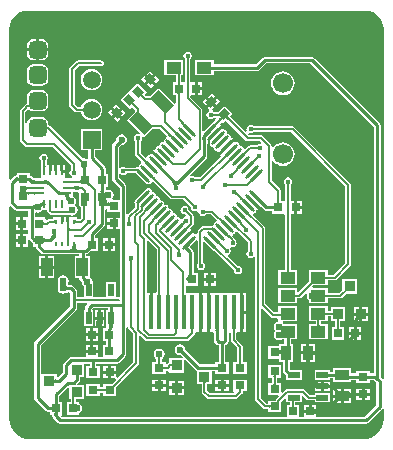
<source format=gbr>
%TF.GenerationSoftware,Altium Limited,Altium Designer,20.0.13 (296)*%
G04 Layer_Physical_Order=1*
G04 Layer_Color=255*
%FSLAX25Y25*%
%MOIN*%
%TF.FileFunction,Copper,L1,Top,Signal*%
%TF.Part,Single*%
G01*
G75*
%TA.AperFunction,SMDPad,CuDef*%
%ADD10R,0.03150X0.02756*%
%ADD11R,0.05000X0.04000*%
%ADD12R,0.02756X0.03150*%
G04:AMPARAMS|DCode=13|XSize=9.84mil|YSize=61.02mil|CornerRadius=0mil|HoleSize=0mil|Usage=FLASHONLY|Rotation=45.000|XOffset=0mil|YOffset=0mil|HoleType=Round|Shape=Round|*
%AMOVALD13*
21,1,0.05118,0.00984,0.00000,0.00000,135.0*
1,1,0.00984,0.01810,-0.01810*
1,1,0.00984,-0.01810,0.01810*
%
%ADD13OVALD13*%

G04:AMPARAMS|DCode=14|XSize=9.84mil|YSize=61.02mil|CornerRadius=0mil|HoleSize=0mil|Usage=FLASHONLY|Rotation=315.000|XOffset=0mil|YOffset=0mil|HoleType=Round|Shape=Round|*
%AMOVALD14*
21,1,0.05118,0.00984,0.00000,0.00000,45.0*
1,1,0.00984,-0.01810,-0.01810*
1,1,0.00984,0.01810,0.01810*
%
%ADD14OVALD14*%

G04:AMPARAMS|DCode=15|XSize=59.06mil|YSize=59.06mil|CornerRadius=14.76mil|HoleSize=0mil|Usage=FLASHONLY|Rotation=270.000|XOffset=0mil|YOffset=0mil|HoleType=Round|Shape=RoundedRectangle|*
%AMROUNDEDRECTD15*
21,1,0.05906,0.02953,0,0,270.0*
21,1,0.02953,0.05906,0,0,270.0*
1,1,0.02953,-0.01476,-0.01476*
1,1,0.02953,-0.01476,0.01476*
1,1,0.02953,0.01476,0.01476*
1,1,0.02953,0.01476,-0.01476*
%
%ADD15ROUNDEDRECTD15*%
%ADD16R,0.03091X0.01102*%
%ADD17R,0.01102X0.03091*%
G04:AMPARAMS|DCode=18|XSize=27.56mil|YSize=31.5mil|CornerRadius=0mil|HoleSize=0mil|Usage=FLASHONLY|Rotation=225.000|XOffset=0mil|YOffset=0mil|HoleType=Round|Shape=Rectangle|*
%AMROTATEDRECTD18*
4,1,4,-0.00139,0.02088,0.02088,-0.00139,0.00139,-0.02088,-0.02088,0.00139,-0.00139,0.02088,0.0*
%
%ADD18ROTATEDRECTD18*%

G04:AMPARAMS|DCode=19|XSize=27.56mil|YSize=31.5mil|CornerRadius=0mil|HoleSize=0mil|Usage=FLASHONLY|Rotation=315.000|XOffset=0mil|YOffset=0mil|HoleType=Round|Shape=Rectangle|*
%AMROTATEDRECTD19*
4,1,4,-0.02088,-0.00139,0.00139,0.02088,0.02088,0.00139,-0.00139,-0.02088,-0.02088,-0.00139,0.0*
%
%ADD19ROTATEDRECTD19*%

G04:AMPARAMS|DCode=20|XSize=39.37mil|YSize=70.87mil|CornerRadius=0mil|HoleSize=0mil|Usage=FLASHONLY|Rotation=225.000|XOffset=0mil|YOffset=0mil|HoleType=Round|Shape=Rectangle|*
%AMROTATEDRECTD20*
4,1,4,-0.01114,0.03897,0.03897,-0.01114,0.01114,-0.03897,-0.03897,0.01114,-0.01114,0.03897,0.0*
%
%ADD20ROTATEDRECTD20*%

%ADD21R,0.01102X0.01831*%
%ADD22R,0.01831X0.01102*%
%ADD23R,0.03937X0.06299*%
%ADD24R,0.01968X0.03937*%
%ADD25R,0.03740X0.03543*%
%ADD26R,0.03740X0.03543*%
%ADD27R,0.03150X0.03150*%
%ADD28R,0.03543X0.04724*%
%ADD29R,0.03937X0.01968*%
%ADD30R,0.04724X0.03543*%
%ADD31R,0.03543X0.03740*%
%ADD32R,0.03543X0.03740*%
%ADD33R,0.01378X0.11811*%
%TA.AperFunction,Conductor*%
%ADD34C,0.00787*%
%ADD35C,0.00600*%
%ADD36C,0.01000*%
%ADD37R,0.02000X0.04000*%
%ADD38R,0.02500X0.02000*%
%TA.AperFunction,ViaPad*%
%ADD39C,0.02362*%
%TA.AperFunction,ComponentPad*%
%ADD40R,0.05906X0.05906*%
%ADD41C,0.05906*%
%ADD42C,0.03937*%
%ADD43R,0.05906X0.03150*%
%ADD44O,0.07874X0.04724*%
%TA.AperFunction,ViaPad*%
%ADD45C,0.01968*%
%ADD46C,0.01575*%
%ADD47C,0.02400*%
%ADD48C,0.03150*%
%ADD49C,0.06693*%
G36*
X58090Y123018D02*
X58039Y123000D01*
X57994Y122969D01*
X57955Y122926D01*
X57922Y122871D01*
X57895Y122804D01*
X57874Y122724D01*
X57859Y122632D01*
X57850Y122528D01*
X57847Y122412D01*
X57247D01*
X57244Y122528D01*
X57235Y122632D01*
X57220Y122724D01*
X57199Y122804D01*
X57172Y122871D01*
X57139Y122926D01*
X57100Y122969D01*
X57055Y123000D01*
X57004Y123018D01*
X56947Y123024D01*
X58147D01*
X58090Y123018D01*
D02*
G37*
G36*
X57850Y120049D02*
X57859Y119947D01*
X57874Y119857D01*
X57895Y119779D01*
X57922Y119713D01*
X57955Y119659D01*
X57994Y119617D01*
X58039Y119587D01*
X58090Y119569D01*
X58147Y119563D01*
X56947D01*
X57004Y119569D01*
X57055Y119587D01*
X57100Y119617D01*
X57139Y119659D01*
X57172Y119713D01*
X57199Y119779D01*
X57220Y119857D01*
X57235Y119947D01*
X57244Y120049D01*
X57247Y120163D01*
X57847D01*
X57850Y120049D01*
D02*
G37*
G36*
X58043Y116443D02*
X57992Y116425D01*
X57947Y116394D01*
X57908Y116351D01*
X57875Y116296D01*
X57848Y116229D01*
X57827Y116149D01*
X57812Y116058D01*
X57803Y115954D01*
X57800Y115837D01*
X57200D01*
X57197Y115954D01*
X57188Y116058D01*
X57173Y116149D01*
X57152Y116229D01*
X57125Y116296D01*
X57092Y116351D01*
X57053Y116394D01*
X57008Y116425D01*
X56957Y116443D01*
X56900Y116449D01*
X58100D01*
X58043Y116443D01*
D02*
G37*
G36*
X45405Y116187D02*
X45382Y116138D01*
X45371Y116085D01*
X45373Y116028D01*
X45388Y115966D01*
X45416Y115900D01*
X45456Y115830D01*
X45509Y115756D01*
X45575Y115678D01*
X45654Y115595D01*
X45229Y115171D01*
X45147Y115249D01*
X45068Y115315D01*
X44994Y115368D01*
X44924Y115408D01*
X44858Y115436D01*
X44796Y115451D01*
X44739Y115453D01*
X44686Y115442D01*
X44637Y115419D01*
X44593Y115383D01*
X45441Y116231D01*
X45405Y116187D01*
D02*
G37*
G36*
X42573Y113371D02*
X42550Y113322D01*
X42540Y113268D01*
X42542Y113211D01*
X42558Y113148D01*
X42586Y113082D01*
X42628Y113011D01*
X42682Y112935D01*
X42749Y112855D01*
X42829Y112771D01*
X42405Y112346D01*
X42321Y112426D01*
X42241Y112494D01*
X42165Y112548D01*
X42094Y112590D01*
X42028Y112618D01*
X41965Y112634D01*
X41907Y112636D01*
X41854Y112626D01*
X41805Y112603D01*
X41760Y112567D01*
X42609Y113416D01*
X42573Y113371D01*
D02*
G37*
G36*
X10484Y112425D02*
X10267Y112423D01*
X9874Y112394D01*
X9700Y112367D01*
X9539Y112331D01*
X9393Y112287D01*
X9261Y112235D01*
X9143Y112174D01*
X9040Y112104D01*
X8951Y112027D01*
X8527Y112451D01*
X8604Y112540D01*
X8674Y112643D01*
X8735Y112761D01*
X8787Y112893D01*
X8831Y113039D01*
X8867Y113200D01*
X8894Y113374D01*
X8913Y113563D01*
X8925Y113984D01*
X10484Y112425D01*
D02*
G37*
G36*
X53592Y110115D02*
X53536Y110114D01*
X53487Y110093D01*
X53443Y110052D01*
X53405Y109991D01*
X53373Y109910D01*
X53347Y109810D01*
X53326Y109689D01*
X53312Y109548D01*
X53300Y109206D01*
X52700Y109093D01*
X52697Y109314D01*
X52653Y109844D01*
X52627Y109976D01*
X52595Y110086D01*
X52557Y110173D01*
X52513Y110238D01*
X52464Y110281D01*
X52408Y110301D01*
X53592Y110115D01*
D02*
G37*
G36*
X68783Y109794D02*
X68823Y109767D01*
X68868Y109744D01*
X68919Y109723D01*
X68975Y109706D01*
X69037Y109692D01*
X69105Y109681D01*
X69178Y109673D01*
X69342Y109667D01*
Y108879D01*
X69257Y108878D01*
X69105Y108865D01*
X69037Y108854D01*
X68975Y108840D01*
X68919Y108823D01*
X68868Y108802D01*
X68823Y108778D01*
X68783Y108752D01*
X68750Y108722D01*
Y109824D01*
X68783Y109794D01*
D02*
G37*
G36*
X74055Y108953D02*
X74024Y108889D01*
X74011Y108819D01*
X74014Y108743D01*
X74035Y108661D01*
X74072Y108574D01*
X74126Y108481D01*
X74197Y108382D01*
X74284Y108278D01*
X74389Y108168D01*
X73832Y107611D01*
X73722Y107716D01*
X73618Y107803D01*
X73519Y107874D01*
X73426Y107928D01*
X73339Y107965D01*
X73257Y107986D01*
X73181Y107989D01*
X73111Y107975D01*
X73047Y107945D01*
X72988Y107898D01*
X74102Y109011D01*
X74055Y108953D01*
D02*
G37*
G36*
X72296Y107494D02*
X72238Y107541D01*
X72174Y107572D01*
X72104Y107586D01*
X72029Y107583D01*
X71948Y107563D01*
X71862Y107527D01*
X71770Y107474D01*
X71672Y107405D01*
X71569Y107318D01*
X71461Y107215D01*
X70904Y107772D01*
X71007Y107881D01*
X71093Y107984D01*
X71163Y108081D01*
X71216Y108173D01*
X71252Y108259D01*
X71272Y108340D01*
X71274Y108415D01*
X71260Y108485D01*
X71230Y108549D01*
X71183Y108607D01*
X72296Y107494D01*
D02*
G37*
G36*
X73289Y107231D02*
X73385Y107140D01*
X73453Y107114D01*
X79784Y100784D01*
X80112Y100564D01*
X80500Y100487D01*
X84580D01*
X85003Y100065D01*
X84884Y99749D01*
X84779Y99581D01*
X84283Y99483D01*
X83824Y99176D01*
X83769Y99093D01*
X81352D01*
X81000Y99023D01*
X80703Y98825D01*
X79741Y97862D01*
X79352Y97927D01*
X79316Y97949D01*
X79190Y98065D01*
X79169Y98174D01*
X78927Y98535D01*
X78566Y98777D01*
X78140Y98861D01*
X77861Y99140D01*
X77777Y99566D01*
X77535Y99927D01*
X77174Y100169D01*
X76748Y100253D01*
X76470Y100532D01*
X76402Y100871D01*
X73900Y98369D01*
X71394Y95863D01*
X71468Y95796D01*
X71578Y95321D01*
X64674Y88418D01*
X63055D01*
X63000Y88500D01*
X62541Y88807D01*
X62000Y88915D01*
X61635Y88842D01*
X61389Y89303D01*
X66762Y94676D01*
X66762Y94676D01*
X67005Y95040D01*
X67091Y95469D01*
Y99470D01*
X67503Y99769D01*
X67864Y99575D01*
X67924Y99271D01*
X68166Y98909D01*
X68527Y98668D01*
X68953Y98583D01*
X69231Y98305D01*
X69316Y97879D01*
X69558Y97517D01*
X69919Y97276D01*
X70345Y97191D01*
X70623Y96913D01*
X70691Y96574D01*
X73193Y99076D01*
X75695Y101578D01*
X75356Y101645D01*
X75078Y101924D01*
X74993Y102350D01*
X74752Y102711D01*
X74390Y102953D01*
X73964Y103037D01*
X73686Y103316D01*
X73601Y103742D01*
X73360Y104103D01*
X72998Y104344D01*
X72572Y104429D01*
X72294Y104708D01*
X72226Y105047D01*
X69724Y102545D01*
X69017Y103252D01*
X71558Y105792D01*
X71491Y105870D01*
X71462Y105920D01*
X71407Y106286D01*
X71840Y106718D01*
X71908Y106744D01*
X72002Y106834D01*
X72050Y106874D01*
X72449Y106476D01*
X73243Y107270D01*
X73289Y107231D01*
D02*
G37*
G36*
X70818Y106572D02*
X70712Y106466D01*
X70250Y105938D01*
X70240Y105912D01*
X69601Y106552D01*
X69626Y106561D01*
X69660Y106582D01*
X69704Y106613D01*
X69818Y106707D01*
X70056Y106928D01*
X70261Y107129D01*
X70818Y106572D01*
D02*
G37*
G36*
X58811Y106927D02*
X59030Y106740D01*
X59098Y106691D01*
X59163Y106650D01*
X59226Y106615D01*
X59286Y106587D01*
X59344Y106566D01*
X59399Y106552D01*
X58759Y105912D01*
X58745Y105967D01*
X58724Y106025D01*
X58696Y106085D01*
X58662Y106148D01*
X58620Y106213D01*
X58571Y106281D01*
X58454Y106425D01*
X58385Y106500D01*
X58309Y106578D01*
X58733Y107003D01*
X58811Y106927D01*
D02*
G37*
G36*
X13447Y105500D02*
X13464Y105458D01*
X13492Y105421D01*
X13531Y105389D01*
X13581Y105362D01*
X13643Y105340D01*
X13715Y105322D01*
X13799Y105310D01*
X13894Y105303D01*
X14000Y105300D01*
Y104700D01*
X13894Y104698D01*
X13799Y104690D01*
X13715Y104678D01*
X13643Y104660D01*
X13581Y104638D01*
X13531Y104611D01*
X13492Y104579D01*
X13464Y104542D01*
X13447Y104500D01*
X13441Y104453D01*
Y105547D01*
X13447Y105500D01*
D02*
G37*
G36*
X11780Y105950D02*
X12078Y105693D01*
X12221Y105589D01*
X12359Y105501D01*
X12494Y105428D01*
X12624Y105372D01*
X12751Y105332D01*
X12873Y105308D01*
X12991Y105300D01*
Y104700D01*
X12873Y104692D01*
X12751Y104668D01*
X12624Y104628D01*
X12494Y104572D01*
X12359Y104499D01*
X12221Y104411D01*
X12078Y104307D01*
X11931Y104186D01*
X11625Y103898D01*
Y106102D01*
X11780Y105950D01*
D02*
G37*
G36*
X56027Y104143D02*
X56246Y103956D01*
X56314Y103907D01*
X56380Y103866D01*
X56442Y103831D01*
X56502Y103803D01*
X56560Y103782D01*
X56615Y103768D01*
X55976Y103128D01*
X55961Y103183D01*
X55940Y103241D01*
X55913Y103301D01*
X55878Y103364D01*
X55836Y103429D01*
X55788Y103497D01*
X55670Y103641D01*
X55601Y103716D01*
X55525Y103795D01*
X55949Y104219D01*
X56027Y104143D01*
D02*
G37*
G36*
X66867Y102560D02*
X66784Y102498D01*
X66710Y102412D01*
X66646Y102300D01*
X66592Y102163D01*
X66548Y102002D01*
X66513Y101815D01*
X66489Y101603D01*
X66474Y101366D01*
X66469Y101103D01*
X65469Y101037D01*
X65472Y101342D01*
X65531Y102165D01*
X65558Y102270D01*
X65591Y102336D01*
X65628Y102362D01*
X65670Y102348D01*
X65717Y102293D01*
X66961Y102597D01*
X66867Y102560D01*
D02*
G37*
G36*
X53530Y102132D02*
X53465Y101743D01*
X53443Y101708D01*
X53327Y101582D01*
X53218Y101561D01*
X52857Y101319D01*
X52615Y100958D01*
X52530Y100532D01*
X52252Y100253D01*
X51826Y100169D01*
X51465Y99927D01*
X51223Y99566D01*
X51139Y99140D01*
X50860Y98861D01*
X50434Y98777D01*
X50073Y98535D01*
X49831Y98174D01*
X49747Y97748D01*
X49468Y97470D01*
X49129Y97402D01*
X51631Y94900D01*
X50924Y94193D01*
X48422Y96695D01*
X48355Y96356D01*
X48076Y96078D01*
X47650Y95993D01*
X47289Y95752D01*
X47047Y95390D01*
X47010Y95203D01*
X46929Y95135D01*
X46478Y94999D01*
X46445Y95005D01*
X44918Y96532D01*
Y100444D01*
X45000Y100500D01*
X45307Y100959D01*
X45415Y101500D01*
X45344Y101857D01*
X45804Y102103D01*
X46134Y101774D01*
X48902Y104542D01*
X51120D01*
X53530Y102132D01*
D02*
G37*
G36*
X54635Y102751D02*
X54854Y102564D01*
X54922Y102515D01*
X54988Y102474D01*
X55050Y102439D01*
X55111Y102411D01*
X55168Y102390D01*
X55223Y102376D01*
X54584Y101736D01*
X54570Y101792D01*
X54549Y101849D01*
X54521Y101909D01*
X54486Y101972D01*
X54444Y102037D01*
X54396Y102105D01*
X54278Y102249D01*
X54209Y102324D01*
X54133Y102402D01*
X54557Y102827D01*
X54635Y102751D01*
D02*
G37*
G36*
X68036Y100933D02*
X67987Y100905D01*
X67943Y100860D01*
X67905Y100798D01*
X67873Y100719D01*
X67847Y100623D01*
X67826Y100511D01*
X67812Y100381D01*
X67800Y100071D01*
X67200Y100165D01*
X67199Y100280D01*
X67167Y100718D01*
X67155Y100778D01*
X67142Y100828D01*
X67126Y100869D01*
X67109Y100901D01*
X68091Y100944D01*
X68036Y100933D01*
D02*
G37*
G36*
X80435Y96835D02*
X80359Y96757D01*
X80172Y96538D01*
X80124Y96470D01*
X80082Y96404D01*
X80047Y96342D01*
X80019Y96281D01*
X79998Y96224D01*
X79984Y96169D01*
X79344Y96808D01*
X79400Y96822D01*
X79457Y96843D01*
X79517Y96871D01*
X79580Y96906D01*
X79645Y96948D01*
X79713Y96996D01*
X79857Y97114D01*
X79932Y97183D01*
X80011Y97259D01*
X80435Y96835D01*
D02*
G37*
G36*
X84273Y94719D02*
X84205Y94724D01*
X84139Y94723D01*
X84073Y94716D01*
X84009Y94701D01*
X83946Y94681D01*
X83884Y94654D01*
X83823Y94621D01*
X83764Y94581D01*
X83706Y94534D01*
X83649Y94481D01*
X83278Y94959D01*
X83330Y95014D01*
X83378Y95071D01*
X83421Y95130D01*
X83459Y95190D01*
X83493Y95252D01*
X83521Y95315D01*
X83545Y95380D01*
X83565Y95446D01*
X83579Y95513D01*
X83589Y95583D01*
X84273Y94719D01*
D02*
G37*
G36*
X73316Y95069D02*
X73249Y95052D01*
X73180Y95029D01*
X73111Y95001D01*
X73041Y94966D01*
X72970Y94925D01*
X72899Y94877D01*
X72827Y94824D01*
X72680Y94699D01*
X72605Y94627D01*
X72217Y95087D01*
X72297Y95169D01*
X72542Y95452D01*
X72584Y95512D01*
X72618Y95568D01*
X72645Y95619D01*
X72665Y95666D01*
X72677Y95708D01*
X73316Y95069D01*
D02*
G37*
G36*
X83219Y94051D02*
X83143Y93973D01*
X82956Y93754D01*
X82907Y93686D01*
X82866Y93620D01*
X82831Y93558D01*
X82803Y93498D01*
X82782Y93440D01*
X82768Y93385D01*
X82128Y94024D01*
X82183Y94039D01*
X82241Y94060D01*
X82301Y94087D01*
X82364Y94122D01*
X82429Y94164D01*
X82497Y94212D01*
X82641Y94330D01*
X82716Y94399D01*
X82794Y94475D01*
X83219Y94051D01*
D02*
G37*
G36*
X46190Y94390D02*
X46335Y94270D01*
X46409Y94218D01*
X46484Y94172D01*
X46560Y94132D01*
X46636Y94097D01*
X46714Y94067D01*
X46792Y94043D01*
X46872Y94024D01*
X46232Y93385D01*
X46222Y93415D01*
X46205Y93452D01*
X46180Y93494D01*
X46146Y93542D01*
X46056Y93654D01*
X45934Y93790D01*
X45780Y93948D01*
X46119Y94458D01*
X46190Y94390D01*
D02*
G37*
G36*
X74708Y93677D02*
X74653Y93663D01*
X74595Y93642D01*
X74535Y93614D01*
X74473Y93579D01*
X74407Y93537D01*
X74339Y93489D01*
X74196Y93371D01*
X74120Y93302D01*
X74042Y93226D01*
X73618Y93650D01*
X73694Y93728D01*
X73881Y93947D01*
X73929Y94015D01*
X73971Y94081D01*
X74006Y94143D01*
X74033Y94204D01*
X74054Y94261D01*
X74069Y94316D01*
X74708Y93677D01*
D02*
G37*
G36*
X54945Y94261D02*
X54966Y94204D01*
X54994Y94143D01*
X55029Y94081D01*
X55071Y94015D01*
X55119Y93947D01*
X55237Y93804D01*
X55306Y93728D01*
X55382Y93650D01*
X54958Y93226D01*
X54880Y93302D01*
X54661Y93489D01*
X54593Y93537D01*
X54527Y93579D01*
X54465Y93614D01*
X54404Y93642D01*
X54347Y93663D01*
X54292Y93677D01*
X54931Y94316D01*
X54945Y94261D01*
D02*
G37*
G36*
X26000Y93500D02*
X25500Y93000D01*
X25493Y93021D01*
X25472Y93055D01*
X25437Y93102D01*
X25324Y93232D01*
X24798Y93778D01*
X25222Y94202D01*
X26000Y93500D01*
D02*
G37*
G36*
X13021Y92517D02*
X13040Y92325D01*
X13057Y92247D01*
X13078Y92181D01*
X13105Y92127D01*
X13136Y92085D01*
X13172Y92055D01*
X13212Y92037D01*
X13258Y92031D01*
X12179D01*
X12225Y92037D01*
X12265Y92055D01*
X12301Y92085D01*
X12332Y92127D01*
X12359Y92181D01*
X12380Y92247D01*
X12397Y92325D01*
X12409Y92415D01*
X12416Y92517D01*
X12419Y92631D01*
X13018D01*
X13021Y92517D01*
D02*
G37*
G36*
X26856Y92149D02*
X26805Y92069D01*
X26759Y91984D01*
X26719Y91894D01*
X26686Y91799D01*
X26658Y91699D01*
X26637Y91593D01*
X26621Y91483D01*
X26612Y91367D01*
X26609Y91246D01*
X25609Y91145D01*
X25606Y91267D01*
X25595Y91382D01*
X25576Y91491D01*
X25550Y91593D01*
X25517Y91689D01*
X25477Y91778D01*
X25429Y91861D01*
X25374Y91937D01*
X25311Y92007D01*
X25242Y92070D01*
X26915Y92223D01*
X26856Y92149D01*
D02*
G37*
G36*
X77492Y90893D02*
X77437Y90879D01*
X77379Y90858D01*
X77319Y90830D01*
X77257Y90795D01*
X77191Y90753D01*
X77123Y90705D01*
X76980Y90587D01*
X76904Y90518D01*
X76826Y90442D01*
X76402Y90866D01*
X76478Y90944D01*
X76665Y91164D01*
X76713Y91232D01*
X76755Y91297D01*
X76789Y91360D01*
X76817Y91420D01*
X76838Y91477D01*
X76853Y91532D01*
X77492Y90893D01*
D02*
G37*
G36*
X46732Y86382D02*
X47093Y86140D01*
X47519Y86056D01*
X47945Y86140D01*
X48307Y86382D01*
X48548Y86743D01*
X48570Y86852D01*
X48695Y86968D01*
X48731Y86990D01*
X49120Y87055D01*
X54824Y81351D01*
X55121Y81152D01*
X55472Y81082D01*
X59120D01*
X61605Y78597D01*
X61585Y78500D01*
X61693Y77959D01*
X62000Y77500D01*
X62459Y77193D01*
X63000Y77085D01*
X63541Y77193D01*
X63625Y77249D01*
X64085Y77000D01*
X64193Y76459D01*
X64500Y76000D01*
X64959Y75693D01*
X65500Y75585D01*
X66041Y75693D01*
X66500Y76000D01*
X66556Y76082D01*
X68444D01*
X70231Y74296D01*
X70166Y73907D01*
X70144Y73871D01*
X70028Y73746D01*
X69919Y73724D01*
X69558Y73483D01*
X69316Y73121D01*
X69231Y72695D01*
X68953Y72417D01*
X68527Y72332D01*
X68361Y72221D01*
X65803D01*
X65452Y72151D01*
X65155Y71952D01*
X64128Y70926D01*
X63929Y70628D01*
X63859Y70277D01*
Y69747D01*
X63359Y69480D01*
X63257Y69548D01*
X62831Y69633D01*
X62552Y69911D01*
X62485Y70250D01*
X59983Y67748D01*
X59276Y68455D01*
X61778Y70957D01*
X61678Y70977D01*
X61609Y71059D01*
X61474Y71509D01*
X61480Y71543D01*
X62238Y72300D01*
X62437Y72598D01*
X62507Y72949D01*
Y75411D01*
X62437Y75762D01*
X62238Y76060D01*
X60895Y77403D01*
X60915Y77500D01*
X60807Y78041D01*
X60500Y78500D01*
X60041Y78807D01*
X59500Y78915D01*
X58959Y78807D01*
X58500Y78500D01*
X58193Y78041D01*
X58085Y77500D01*
X58193Y76959D01*
X58500Y76500D01*
X58959Y76193D01*
X59500Y76085D01*
X59543Y76094D01*
X59840Y75832D01*
X59908Y75757D01*
X59716Y75279D01*
X59360Y75208D01*
X58901Y74902D01*
X58745Y74667D01*
X58708Y74655D01*
X58173Y74691D01*
X58050Y74875D01*
X57689Y75116D01*
X57263Y75201D01*
X56985Y75479D01*
X56900Y75905D01*
X56659Y76266D01*
X56297Y76508D01*
X55871Y76593D01*
X55593Y76871D01*
X55508Y77297D01*
X55266Y77658D01*
X54905Y77900D01*
X54479Y77985D01*
X54201Y78263D01*
X54116Y78689D01*
X53875Y79050D01*
X53513Y79292D01*
X53087Y79377D01*
X52809Y79655D01*
X52724Y80081D01*
X52483Y80442D01*
X52121Y80684D01*
X51695Y80769D01*
X51417Y81047D01*
X51332Y81473D01*
X51091Y81834D01*
X50729Y82076D01*
X50303Y82160D01*
X50025Y82439D01*
X49940Y82865D01*
X49699Y83226D01*
X49338Y83468D01*
X48911Y83552D01*
X48633Y83831D01*
X48548Y84257D01*
X48307Y84618D01*
X47945Y84860D01*
X47519Y84944D01*
X47093Y84860D01*
X46732Y84618D01*
X43113Y80999D01*
X42872Y80638D01*
X42787Y80212D01*
X42872Y79786D01*
X42983Y79620D01*
Y78418D01*
X40622Y76057D01*
X40122Y76264D01*
Y85500D01*
X40036Y85929D01*
X39793Y86293D01*
X39793Y86293D01*
X37622Y88465D01*
Y89526D01*
X38122Y89677D01*
X38144Y89644D01*
X38603Y89337D01*
X39144Y89230D01*
X39685Y89337D01*
X40144Y89644D01*
X40296Y89871D01*
X43243D01*
X46732Y86382D01*
D02*
G37*
G36*
X26614Y89886D02*
X26629Y89714D01*
X26654Y89562D01*
X26689Y89431D01*
X26734Y89319D01*
X26789Y89228D01*
X26854Y89158D01*
X26929Y89107D01*
X27014Y89077D01*
X27109Y89066D01*
X25109D01*
X25204Y89077D01*
X25289Y89107D01*
X25364Y89158D01*
X25429Y89228D01*
X25484Y89319D01*
X25529Y89431D01*
X25564Y89562D01*
X25589Y89714D01*
X25604Y89886D01*
X25609Y90079D01*
X26609D01*
X26614Y89886D01*
D02*
G37*
G36*
X76049Y89665D02*
X75996Y89608D01*
X75949Y89551D01*
X75908Y89491D01*
X75873Y89431D01*
X75844Y89368D01*
X75821Y89305D01*
X75803Y89240D01*
X75792Y89174D01*
X75786Y89106D01*
X75787Y89036D01*
X74979Y89787D01*
X75049Y89792D01*
X75117Y89802D01*
X75184Y89817D01*
X75249Y89837D01*
X75313Y89863D01*
X75375Y89894D01*
X75435Y89931D01*
X75494Y89973D01*
X75552Y90020D01*
X75608Y90072D01*
X76049Y89665D01*
D02*
G37*
G36*
X49378Y88693D02*
X49399Y88636D01*
X49427Y88576D01*
X49461Y88513D01*
X49503Y88448D01*
X49551Y88380D01*
X49669Y88236D01*
X49738Y88161D01*
X49814Y88082D01*
X49390Y87658D01*
X49312Y87734D01*
X49093Y87921D01*
X49025Y87969D01*
X48960Y88011D01*
X48897Y88046D01*
X48837Y88074D01*
X48779Y88095D01*
X48724Y88109D01*
X49364Y88749D01*
X49378Y88693D01*
D02*
G37*
G36*
X4109Y87328D02*
X4102Y87355D01*
X4083Y87379D01*
X4051Y87400D01*
X4006Y87418D01*
X3949Y87433D01*
X3878Y87446D01*
X3795Y87456D01*
X3590Y87467D01*
X3469Y87468D01*
Y88468D01*
X3590Y88470D01*
X3878Y88491D01*
X3949Y88503D01*
X4006Y88519D01*
X4051Y88537D01*
X4083Y88558D01*
X4102Y88582D01*
X4109Y88608D01*
Y87328D01*
D02*
G37*
G36*
X21709Y87478D02*
X21727Y87437D01*
X21757Y87401D01*
X21799Y87370D01*
X21853Y87344D01*
X21919Y87322D01*
X21997Y87306D01*
X22087Y87294D01*
X22189Y87287D01*
X22303Y87284D01*
Y86684D01*
X22189Y86682D01*
X21997Y86663D01*
X21919Y86646D01*
X21853Y86624D01*
X21799Y86598D01*
X21757Y86567D01*
X21727Y86531D01*
X21709Y86490D01*
X21703Y86445D01*
Y87523D01*
X21709Y87478D01*
D02*
G37*
G36*
X12717Y87516D02*
X12746Y87509D01*
X12796Y87503D01*
X12956Y87494D01*
X13703Y87484D01*
Y86484D01*
X12707Y86445D01*
Y87523D01*
X12717Y87516D01*
D02*
G37*
G36*
X9640Y86445D02*
X9631Y86452D01*
X9602Y86459D01*
X9556Y86465D01*
X9406Y86474D01*
X8703Y86484D01*
Y87484D01*
X9640Y87523D01*
Y86445D01*
D02*
G37*
G36*
X24865Y86384D02*
X24859Y86441D01*
X24840Y86492D01*
X24810Y86537D01*
X24767Y86576D01*
X24712Y86609D01*
X24644Y86636D01*
X24565Y86657D01*
X24473Y86672D01*
X24369Y86681D01*
X24253Y86684D01*
Y87284D01*
X24369Y87287D01*
X24473Y87296D01*
X24565Y87311D01*
X24644Y87332D01*
X24712Y87359D01*
X24767Y87392D01*
X24810Y87431D01*
X24840Y87476D01*
X24859Y87527D01*
X24865Y87584D01*
Y86384D01*
D02*
G37*
G36*
X81668Y86717D02*
X81613Y86703D01*
X81555Y86682D01*
X81495Y86654D01*
X81432Y86619D01*
X81367Y86577D01*
X81299Y86529D01*
X81156Y86411D01*
X81080Y86342D01*
X81002Y86266D01*
X80578Y86690D01*
X80654Y86769D01*
X80840Y86988D01*
X80889Y87056D01*
X80931Y87121D01*
X80965Y87184D01*
X80993Y87244D01*
X81014Y87301D01*
X81028Y87357D01*
X81668Y86717D01*
D02*
G37*
G36*
X26255Y87053D02*
X26719Y87516D01*
X26726Y87494D01*
X26747Y87461D01*
X26782Y87414D01*
X26894Y87283D01*
X27415Y86744D01*
X27573Y86998D01*
X27549Y86944D01*
X27540Y86883D01*
X27545Y86815D01*
X27567Y86740D01*
X27603Y86659D01*
X27654Y86571D01*
X27720Y86475D01*
X27801Y86374D01*
X28009Y86150D01*
X27781Y85529D01*
X27648Y85657D01*
X27415Y85858D01*
X27314Y85930D01*
X27224Y85983D01*
X27144Y86017D01*
X27075Y86033D01*
X27017Y86029D01*
X26970Y86006D01*
X26933Y85965D01*
X27396Y86713D01*
X26996Y86314D01*
X26229Y87006D01*
X26220Y87003D01*
X26184Y86989D01*
X26147Y86970D01*
X26109Y86947D01*
X26070Y86920D01*
X25987Y86854D01*
X25944Y86815D01*
X25899Y86772D01*
X25475Y87196D01*
X25518Y87241D01*
X25592Y87326D01*
X25623Y87367D01*
X25673Y87445D01*
X25692Y87481D01*
X25706Y87517D01*
X25717Y87551D01*
X25723Y87584D01*
X26255Y87053D01*
D02*
G37*
G36*
X73613Y86503D02*
X73667Y86461D01*
X73723Y86423D01*
X73783Y86390D01*
X73845Y86363D01*
X73910Y86340D01*
X73978Y86323D01*
X74050Y86310D01*
X74124Y86303D01*
X74200Y86300D01*
Y85700D01*
X74124Y85698D01*
X74050Y85690D01*
X73978Y85677D01*
X73910Y85660D01*
X73845Y85637D01*
X73783Y85610D01*
X73723Y85577D01*
X73667Y85539D01*
X73613Y85496D01*
X73562Y85449D01*
Y86551D01*
X73613Y86503D01*
D02*
G37*
G36*
X66833Y86017D02*
X66780Y85960D01*
X66733Y85902D01*
X66693Y85843D01*
X66659Y85782D01*
X66632Y85720D01*
X66611Y85657D01*
X66596Y85592D01*
X66588Y85527D01*
X66585Y85460D01*
X66590Y85391D01*
X65738Y86091D01*
X65808Y86100D01*
X65876Y86113D01*
X65942Y86132D01*
X66007Y86155D01*
X66070Y86183D01*
X66132Y86216D01*
X66192Y86253D01*
X66251Y86296D01*
X66308Y86344D01*
X66364Y86396D01*
X66833Y86017D01*
D02*
G37*
G36*
X56167Y87603D02*
X56300Y87497D01*
X56431Y87405D01*
X56559Y87327D01*
X56683Y87263D01*
X56805Y87214D01*
X56923Y87178D01*
X57038Y87157D01*
X57150Y87150D01*
Y86150D01*
X57101Y86140D01*
X57057Y86110D01*
X57017Y86060D01*
X56984Y85990D01*
X56955Y85900D01*
X56932Y85790D01*
X56925Y85716D01*
X56928Y85705D01*
X56939Y85673D01*
X56953Y85649D01*
X56967Y85634D01*
X56918Y85627D01*
X56893Y85340D01*
X56890Y85150D01*
X55890Y85443D01*
X55889Y85482D01*
X55876Y85480D01*
X55878Y85488D01*
X55881Y85505D01*
X55883Y85532D01*
X55884Y85596D01*
X55883Y85640D01*
X55862Y85831D01*
X55826Y86017D01*
X55777Y86196D01*
X55713Y86370D01*
X55635Y86538D01*
X55544Y86700D01*
X55437Y86856D01*
X55317Y87006D01*
X55183Y87150D01*
X55890Y87857D01*
X56167Y87603D01*
D02*
G37*
G36*
X23500Y85022D02*
X22927Y84460D01*
X22877Y84509D01*
X22824Y84552D01*
X22769Y84591D01*
X22710Y84624D01*
X22648Y84652D01*
X22583Y84675D01*
X22515Y84693D01*
X22444Y84706D01*
X22370Y84713D01*
X22297Y84716D01*
X22189Y84713D01*
X21997Y84694D01*
X21919Y84677D01*
X21853Y84656D01*
X21799Y84630D01*
X21757Y84598D01*
X21727Y84563D01*
X21709Y84522D01*
X21703Y84477D01*
Y85555D01*
X21709Y85510D01*
X21727Y85469D01*
X21757Y85433D01*
X21799Y85402D01*
X21853Y85375D01*
X21919Y85354D01*
X21997Y85337D01*
X22087Y85325D01*
X22189Y85318D01*
X22303Y85316D01*
Y85148D01*
X22306Y85316D01*
X22383Y85318D01*
X22457Y85326D01*
X22528Y85338D01*
X22597Y85355D01*
X22662Y85377D01*
X22725Y85404D01*
X22785Y85436D01*
X22843Y85474D01*
X22897Y85515D01*
X22949Y85562D01*
X23500Y85022D01*
D02*
G37*
G36*
X9640Y84477D02*
X9634Y84474D01*
X9616Y84472D01*
X9586Y84470D01*
X9040Y84465D01*
Y85065D01*
X9155Y85067D01*
X9259Y85076D01*
X9350Y85092D01*
X9430Y85113D01*
X9497Y85140D01*
X9552Y85172D01*
X9595Y85211D01*
X9626Y85256D01*
X9645Y85308D01*
X9652Y85365D01*
X9640Y84477D01*
D02*
G37*
G36*
X24103Y85515D02*
X24157Y85474D01*
X24215Y85436D01*
X24275Y85404D01*
X24338Y85377D01*
X24403Y85355D01*
X24472Y85338D01*
X24543Y85326D01*
X24617Y85318D01*
X24694Y85316D01*
X24707Y84716D01*
X24630Y84713D01*
X24556Y84706D01*
X24485Y84693D01*
X24417Y84675D01*
X24352Y84652D01*
X24290Y84624D01*
X24231Y84591D01*
X24176Y84552D01*
X24123Y84509D01*
X24073Y84460D01*
X23500Y85022D01*
X24051Y85562D01*
X24103Y85515D01*
D02*
G37*
G36*
X6286Y85424D02*
X6661Y85224D01*
X6776Y85175D01*
X6887Y85136D01*
X6992Y85104D01*
X7093Y85082D01*
X7188Y85069D01*
X7279Y85065D01*
X7419Y84465D01*
X7315Y84459D01*
X7214Y84441D01*
X7116Y84411D01*
X7021Y84369D01*
X6929Y84316D01*
X6841Y84250D01*
X6756Y84173D01*
X6674Y84084D01*
X6596Y83983D01*
X6521Y83870D01*
X6151Y85508D01*
X6286Y85424D01*
D02*
G37*
G36*
X32629Y84386D02*
X32644Y84214D01*
X32669Y84062D01*
X32704Y83931D01*
X32749Y83820D01*
X32804Y83728D01*
X32869Y83658D01*
X32944Y83607D01*
X33029Y83577D01*
X33124Y83566D01*
X31124D01*
X31219Y83577D01*
X31304Y83607D01*
X31379Y83658D01*
X31444Y83728D01*
X31499Y83820D01*
X31544Y83931D01*
X31579Y84062D01*
X31604Y84214D01*
X31619Y84386D01*
X31624Y84579D01*
X32624D01*
X32629Y84386D01*
D02*
G37*
G36*
X26519Y83892D02*
X26533Y83711D01*
X26541Y83667D01*
X26551Y83631D01*
X26563Y83603D01*
X26576Y83583D01*
X26591Y83570D01*
X26608Y83566D01*
X25829D01*
X25846Y83570D01*
X25861Y83583D01*
X25875Y83603D01*
X25886Y83631D01*
X25896Y83667D01*
X25904Y83711D01*
X25910Y83763D01*
X25918Y83892D01*
X25918Y83969D01*
X26518D01*
X26519Y83892D01*
D02*
G37*
G36*
X5803Y83913D02*
X5812Y83809D01*
X5827Y83717D01*
X5847Y83643D01*
X6340D01*
X6237Y83538D01*
X6065Y83328D01*
X5994Y83225D01*
X5935Y83122D01*
X5886Y83020D01*
X5849Y82919D01*
X5822Y82818D01*
X5805Y82718D01*
X5800Y82618D01*
X5200D01*
X5195Y82718D01*
X5178Y82818D01*
X5151Y82919D01*
X5114Y83020D01*
X5065Y83122D01*
X5006Y83225D01*
X4935Y83328D01*
X4854Y83433D01*
X4763Y83538D01*
X4660Y83643D01*
X5153D01*
X5173Y83717D01*
X5188Y83809D01*
X5197Y83913D01*
X5200Y84029D01*
X5800D01*
X5803Y83913D01*
D02*
G37*
G36*
X18636Y82508D02*
X18626Y82515D01*
X18596Y82522D01*
X18546Y82528D01*
X18387Y82537D01*
X17640Y82547D01*
Y83547D01*
X18636Y83586D01*
Y82508D01*
D02*
G37*
G36*
X9640D02*
X9634Y82553D01*
X9616Y82594D01*
X9586Y82630D01*
X9544Y82661D01*
X9490Y82687D01*
X9424Y82709D01*
X9346Y82726D01*
X9256Y82738D01*
X9154Y82745D01*
X9040Y82747D01*
Y83347D01*
X9154Y83350D01*
X9346Y83369D01*
X9424Y83385D01*
X9490Y83407D01*
X9544Y83433D01*
X9586Y83464D01*
X9616Y83500D01*
X9634Y83541D01*
X9640Y83586D01*
Y82508D01*
D02*
G37*
G36*
X76915Y83509D02*
X76929Y83441D01*
X76948Y83375D01*
X76972Y83310D01*
X77000Y83247D01*
X77033Y83185D01*
X77071Y83125D01*
X77114Y83066D01*
X77162Y83009D01*
X77214Y82954D01*
X76841Y82479D01*
X76784Y82532D01*
X76726Y82578D01*
X76666Y82618D01*
X76606Y82652D01*
X76544Y82679D01*
X76481Y82700D01*
X76416Y82714D01*
X76351Y82722D01*
X76284Y82723D01*
X76216Y82718D01*
X76905Y83578D01*
X76915Y83509D01*
D02*
G37*
G36*
X7240Y83413D02*
X7258Y83399D01*
X7288Y83387D01*
X7330Y83377D01*
X7384Y83368D01*
X7450Y83360D01*
X7618Y83350D01*
X7834Y83347D01*
Y82747D01*
X7718Y82744D01*
X7615Y82735D01*
X7524Y82720D01*
X7444Y82699D01*
X7377Y82672D01*
X7322Y82639D01*
X7279Y82600D01*
X7248Y82555D01*
X7229Y82504D01*
X7222Y82447D01*
X7234Y83429D01*
X7240Y83413D01*
D02*
G37*
G36*
X26304Y81692D02*
X26316Y81592D01*
X26336Y81498D01*
X26364Y81408D01*
X26399Y81323D01*
X26443Y81244D01*
X26494Y81170D01*
X26554Y81100D01*
X26621Y81036D01*
X26697Y80977D01*
X25303D01*
X25379Y81036D01*
X25446Y81100D01*
X25506Y81170D01*
X25557Y81244D01*
X25601Y81323D01*
X25637Y81408D01*
X25664Y81498D01*
X25684Y81592D01*
X25696Y81692D01*
X25700Y81797D01*
X26300D01*
X26304Y81692D01*
D02*
G37*
G36*
X78296Y81874D02*
X78515Y81687D01*
X78583Y81639D01*
X78648Y81597D01*
X78711Y81562D01*
X78771Y81534D01*
X78829Y81513D01*
X78884Y81499D01*
X78244Y80860D01*
X78230Y80915D01*
X78209Y80972D01*
X78181Y81032D01*
X78147Y81095D01*
X78105Y81160D01*
X78057Y81228D01*
X77939Y81372D01*
X77870Y81447D01*
X77794Y81526D01*
X78218Y81950D01*
X78296Y81874D01*
D02*
G37*
G36*
X20813Y82513D02*
X20783Y82492D01*
X20756Y82458D01*
X20733Y82410D01*
X20714Y82348D01*
X20698Y82272D01*
X20685Y82182D01*
X20676Y82038D01*
X20843Y81902D01*
X20931Y81843D01*
X21017Y81795D01*
X21102Y81756D01*
X21185Y81727D01*
X21267Y81708D01*
X21348Y81698D01*
X21427Y81698D01*
X20302Y80573D01*
X20302Y80652D01*
X20292Y80733D01*
X20273Y80815D01*
X20244Y80898D01*
X20205Y80983D01*
X20157Y81069D01*
X20098Y81157D01*
X20031Y81245D01*
X19953Y81336D01*
X19866Y81427D01*
X20270Y81831D01*
X19669D01*
X19668Y81962D01*
X19641Y82272D01*
X19625Y82348D01*
X19605Y82410D01*
X19582Y82458D01*
X19556Y82492D01*
X19526Y82513D01*
X19492Y82520D01*
X20847D01*
X20813Y82513D01*
D02*
G37*
G36*
X91120Y80701D02*
X91132Y80567D01*
X91151Y80449D01*
X91179Y80346D01*
X91214Y80260D01*
X91258Y80189D01*
X91309Y80134D01*
X91368Y80094D01*
X91435Y80071D01*
X91509Y80063D01*
X89935D01*
X90009Y80071D01*
X90076Y80094D01*
X90135Y80134D01*
X90187Y80189D01*
X90230Y80260D01*
X90265Y80346D01*
X90293Y80449D01*
X90313Y80567D01*
X90324Y80701D01*
X90328Y80850D01*
X91116D01*
X91120Y80701D01*
D02*
G37*
G36*
X26424Y80448D02*
X26398Y80435D01*
X26375Y80412D01*
X26355Y80380D01*
X26338Y80340D01*
X26324Y80290D01*
X26314Y80231D01*
X26306Y80163D01*
X26302Y80086D01*
X26300Y80000D01*
X25700D01*
X25699Y80086D01*
X25686Y80231D01*
X25675Y80290D01*
X25662Y80340D01*
X25645Y80380D01*
X25625Y80412D01*
X25602Y80435D01*
X25576Y80448D01*
X25547Y80453D01*
X26453D01*
X26424Y80448D01*
D02*
G37*
G36*
X12191Y78887D02*
X12185Y78915D01*
X12165Y78940D01*
X12132Y78962D01*
X12086Y78981D01*
X12027Y78997D01*
X11954Y79010D01*
X11869Y79020D01*
X11658Y79032D01*
X11533Y79033D01*
Y80033D01*
X11658Y80035D01*
X11954Y80057D01*
X12027Y80070D01*
X12086Y80086D01*
X12132Y80105D01*
X12165Y80127D01*
X12185Y80152D01*
X12191Y80179D01*
Y78887D01*
D02*
G37*
G36*
X34449Y78500D02*
X34438Y78595D01*
X34408Y78680D01*
X34357Y78755D01*
X34286Y78820D01*
X34194Y78875D01*
X34083Y78920D01*
X33952Y78955D01*
X33801Y78980D01*
X33629Y78995D01*
X33437Y79000D01*
Y80000D01*
X33627Y80003D01*
X33947Y80029D01*
X34077Y80051D01*
X34187Y80080D01*
X34277Y80115D01*
X34347Y80156D01*
X34397Y80204D01*
X34427Y80258D01*
X34437Y80319D01*
X34449Y78500D01*
D02*
G37*
G36*
X45755Y78652D02*
X45705Y78625D01*
X45662Y78580D01*
X45624Y78519D01*
X45592Y78441D01*
X45565Y78345D01*
X45545Y78233D01*
X45531Y78104D01*
X45522Y77957D01*
X45519Y77794D01*
X44919Y77915D01*
X44918Y78030D01*
X44890Y78461D01*
X44880Y78518D01*
X44868Y78566D01*
X44855Y78604D01*
X44840Y78632D01*
X45810Y78663D01*
X45755Y78652D01*
D02*
G37*
G36*
X9643Y77660D02*
X9573Y77725D01*
X9498Y77782D01*
X9417Y77833D01*
X9330Y77878D01*
X9238Y77915D01*
X9140Y77946D01*
X9036Y77969D01*
X8926Y77986D01*
X8810Y77997D01*
X8689Y78000D01*
Y79000D01*
X8810Y79003D01*
X8926Y79014D01*
X9036Y79031D01*
X9140Y79054D01*
X9238Y79085D01*
X9330Y79122D01*
X9417Y79167D01*
X9498Y79218D01*
X9573Y79275D01*
X9643Y79340D01*
Y77660D01*
D02*
G37*
G36*
X15181Y77994D02*
X15140Y77976D01*
X15104Y77946D01*
X15073Y77904D01*
X15047Y77850D01*
X15025Y77784D01*
X15009Y77706D01*
X14997Y77616D01*
X14989Y77514D01*
X14987Y77400D01*
X14387D01*
X14385Y77514D01*
X14366Y77706D01*
X14349Y77784D01*
X14327Y77850D01*
X14301Y77904D01*
X14270Y77946D01*
X14234Y77976D01*
X14193Y77994D01*
X14148Y78000D01*
X15226D01*
X15181Y77994D01*
D02*
G37*
G36*
X22959Y83693D02*
X23500Y83585D01*
X23741Y83633D01*
X24241Y83271D01*
Y80381D01*
X24165Y80000D01*
X24304Y79298D01*
X24702Y78702D01*
X25082Y78448D01*
Y74880D01*
X24777Y74575D01*
X23851D01*
X23780Y74607D01*
X23775Y74607D01*
Y75173D01*
X21156D01*
Y73657D01*
X20156D01*
Y75173D01*
X19187D01*
Y73657D01*
X18187D01*
Y75173D01*
X15567D01*
Y74607D01*
X15563Y74607D01*
X15492Y74575D01*
X14313D01*
X13962Y74505D01*
X13664Y74306D01*
X13602Y74244D01*
X13102Y74451D01*
Y75191D01*
X9622D01*
Y76367D01*
X10122Y76740D01*
X10500Y76665D01*
X11202Y76804D01*
X11798Y77202D01*
X11922Y77388D01*
X13738D01*
X13738Y77386D01*
X13769Y77314D01*
Y77313D01*
X13839Y76962D01*
X14038Y76664D01*
X14538Y76164D01*
X14836Y75965D01*
X15187Y75895D01*
X21162D01*
X21298Y75804D01*
X22000Y75665D01*
X22702Y75804D01*
X23298Y76202D01*
X23696Y76798D01*
X23835Y77500D01*
X23696Y78202D01*
X23298Y78798D01*
X23161Y78889D01*
X23043Y79569D01*
X23196Y79798D01*
X23335Y80500D01*
X23196Y81202D01*
X22798Y81798D01*
X22315Y82121D01*
Y83521D01*
X22316Y83523D01*
X22815Y83789D01*
X22959Y83693D01*
D02*
G37*
G36*
X81390Y76168D02*
X81411Y76111D01*
X81439Y76050D01*
X81474Y75988D01*
X81516Y75922D01*
X81564Y75854D01*
X81682Y75711D01*
X81751Y75635D01*
X81827Y75557D01*
X81402Y75133D01*
X81324Y75209D01*
X81105Y75396D01*
X81037Y75444D01*
X80972Y75486D01*
X80909Y75521D01*
X80849Y75548D01*
X80791Y75569D01*
X80737Y75584D01*
X81376Y76223D01*
X81390Y76168D01*
D02*
G37*
G36*
X48263Y75584D02*
X48208Y75569D01*
X48151Y75548D01*
X48091Y75521D01*
X48028Y75486D01*
X47963Y75444D01*
X47895Y75396D01*
X47751Y75278D01*
X47676Y75209D01*
X47598Y75133D01*
X47173Y75557D01*
X47249Y75635D01*
X47436Y75854D01*
X47484Y75922D01*
X47526Y75988D01*
X47561Y76050D01*
X47589Y76111D01*
X47610Y76168D01*
X47624Y76223D01*
X48263Y75584D01*
D02*
G37*
G36*
X71336Y74914D02*
X71556Y74727D01*
X71623Y74679D01*
X71689Y74637D01*
X71751Y74603D01*
X71812Y74575D01*
X71869Y74554D01*
X71924Y74540D01*
X71285Y73900D01*
X71271Y73955D01*
X71250Y74013D01*
X71222Y74073D01*
X71187Y74136D01*
X71145Y74201D01*
X71097Y74269D01*
X70979Y74412D01*
X70910Y74488D01*
X70834Y74566D01*
X71258Y74990D01*
X71336Y74914D01*
D02*
G37*
G36*
X79998Y74776D02*
X80019Y74719D01*
X80047Y74659D01*
X80082Y74596D01*
X80124Y74530D01*
X80172Y74462D01*
X80290Y74319D01*
X80359Y74243D01*
X80435Y74165D01*
X80011Y73741D01*
X79932Y73817D01*
X79713Y74004D01*
X79645Y74052D01*
X79580Y74094D01*
X79517Y74129D01*
X79457Y74157D01*
X79400Y74178D01*
X79344Y74192D01*
X79984Y74831D01*
X79998Y74776D01*
D02*
G37*
G36*
X49656Y74192D02*
X49600Y74178D01*
X49543Y74157D01*
X49483Y74129D01*
X49420Y74094D01*
X49354Y74052D01*
X49287Y74004D01*
X49143Y73886D01*
X49068Y73817D01*
X48989Y73741D01*
X48565Y74165D01*
X48641Y74243D01*
X48828Y74462D01*
X48876Y74530D01*
X48918Y74596D01*
X48953Y74659D01*
X48981Y74719D01*
X49002Y74776D01*
X49016Y74831D01*
X49656Y74192D01*
D02*
G37*
G36*
X41302Y74124D02*
X41310Y74050D01*
X41323Y73978D01*
X41340Y73910D01*
X41363Y73845D01*
X41390Y73783D01*
X41423Y73723D01*
X41461Y73667D01*
X41504Y73613D01*
X41551Y73562D01*
X40449D01*
X40497Y73613D01*
X40539Y73667D01*
X40577Y73723D01*
X40610Y73783D01*
X40637Y73845D01*
X40660Y73910D01*
X40677Y73978D01*
X40690Y74050D01*
X40698Y74124D01*
X40700Y74200D01*
X41300D01*
X41302Y74124D01*
D02*
G37*
G36*
X23157Y74200D02*
X23176Y74149D01*
X23206Y74104D01*
X23249Y74065D01*
X23304Y74032D01*
X23372Y74005D01*
X23451Y73984D01*
X23543Y73969D01*
X23647Y73960D01*
X23763Y73957D01*
Y73357D01*
X23647Y73354D01*
X23543Y73345D01*
X23451Y73330D01*
X23372Y73309D01*
X23304Y73282D01*
X23249Y73249D01*
X23206Y73210D01*
X23176Y73165D01*
X23157Y73114D01*
X23151Y73057D01*
Y74257D01*
X23157Y74200D01*
D02*
G37*
G36*
X16191Y73057D02*
X16185Y73114D01*
X16167Y73165D01*
X16136Y73210D01*
X16093Y73249D01*
X16038Y73282D01*
X15971Y73309D01*
X15891Y73330D01*
X15800Y73345D01*
X15696Y73354D01*
X15579Y73357D01*
Y73957D01*
X15696Y73960D01*
X15800Y73969D01*
X15891Y73984D01*
X15971Y74005D01*
X16038Y74032D01*
X16093Y74065D01*
X16136Y74104D01*
X16167Y74149D01*
X16185Y74200D01*
X16191Y74257D01*
Y73057D01*
D02*
G37*
G36*
X59879Y73114D02*
X59810Y73114D01*
X59742Y73107D01*
X59675Y73094D01*
X59610Y73076D01*
X59547Y73052D01*
X59485Y73023D01*
X59424Y72987D01*
X59377Y72955D01*
X59294Y72859D01*
X59245Y72792D01*
X59168Y72669D01*
X59141Y72612D01*
X59121Y72558D01*
X59107Y72508D01*
X58468Y73147D01*
X58527Y73163D01*
X58589Y73184D01*
X58653Y73212D01*
X58718Y73247D01*
X58785Y73289D01*
X58855Y73337D01*
X58947Y73411D01*
X58976Y73452D01*
X59012Y73513D01*
X59043Y73575D01*
X59068Y73638D01*
X59088Y73703D01*
X59102Y73770D01*
X59111Y73838D01*
X59114Y73908D01*
X59879Y73114D01*
D02*
G37*
G36*
X27492Y72713D02*
X27422Y72711D01*
X27354Y72703D01*
X27288Y72689D01*
X27223Y72671D01*
X27159Y72646D01*
X27097Y72616D01*
X27036Y72580D01*
X26977Y72539D01*
X26919Y72492D01*
X26863Y72439D01*
X26439Y72863D01*
X26492Y72919D01*
X26539Y72977D01*
X26580Y73036D01*
X26616Y73097D01*
X26646Y73159D01*
X26671Y73223D01*
X26689Y73288D01*
X26703Y73354D01*
X26711Y73422D01*
X26713Y73492D01*
X27492Y72713D01*
D02*
G37*
G36*
X12484Y73559D02*
X12503Y73508D01*
X12533Y73463D01*
X12576Y73424D01*
X12631Y73391D01*
X12698Y73364D01*
X12778Y73343D01*
X12870Y73328D01*
X12974Y73319D01*
X13090Y73316D01*
Y72716D01*
X12974Y72713D01*
X12870Y72704D01*
X12778Y72689D01*
X12698Y72668D01*
X12631Y72641D01*
X12576Y72608D01*
X12533Y72569D01*
X12503Y72524D01*
X12484Y72473D01*
X12478Y72416D01*
Y73616D01*
X12484Y73559D01*
D02*
G37*
G36*
X78606Y73384D02*
X78627Y73327D01*
X78655Y73267D01*
X78690Y73204D01*
X78732Y73138D01*
X78780Y73071D01*
X78898Y72927D01*
X78967Y72852D01*
X79043Y72773D01*
X78619Y72349D01*
X78540Y72425D01*
X78321Y72612D01*
X78254Y72660D01*
X78188Y72702D01*
X78125Y72737D01*
X78065Y72765D01*
X78008Y72786D01*
X77953Y72800D01*
X78592Y73439D01*
X78606Y73384D01*
D02*
G37*
G36*
X51047Y72800D02*
X50992Y72786D01*
X50935Y72765D01*
X50875Y72737D01*
X50812Y72702D01*
X50747Y72660D01*
X50679Y72612D01*
X50535Y72494D01*
X50459Y72425D01*
X50381Y72349D01*
X49957Y72773D01*
X50033Y72852D01*
X50220Y73071D01*
X50268Y73138D01*
X50310Y73204D01*
X50345Y73267D01*
X50373Y73327D01*
X50394Y73384D01*
X50408Y73439D01*
X51047Y72800D01*
D02*
G37*
G36*
X21149Y72748D02*
X21109Y72730D01*
X21073Y72700D01*
X21042Y72658D01*
X21015Y72604D01*
X20994Y72538D01*
X20977Y72460D01*
X20965Y72370D01*
X20958Y72268D01*
X20956Y72154D01*
X20356D01*
X20353Y72268D01*
X20334Y72460D01*
X20317Y72538D01*
X20296Y72604D01*
X20269Y72658D01*
X20238Y72700D01*
X20202Y72730D01*
X20162Y72748D01*
X20116Y72754D01*
X21195D01*
X21149Y72748D01*
D02*
G37*
G36*
X79634Y72184D02*
X79866Y71982D01*
X79938Y71926D01*
X80077Y71833D01*
X80144Y71796D01*
X80208Y71765D01*
X80270Y71740D01*
X79266Y71285D01*
X79285Y71345D01*
X79296Y71404D01*
X79299Y71464D01*
X79294Y71523D01*
X79281Y71582D01*
X79260Y71641D01*
X79230Y71700D01*
X79193Y71758D01*
X79147Y71816D01*
X79093Y71874D01*
X79553Y72263D01*
X79634Y72184D01*
D02*
G37*
G36*
X60933Y71869D02*
X60865Y71798D01*
X60745Y71652D01*
X60693Y71578D01*
X60647Y71504D01*
X60607Y71428D01*
X60571Y71351D01*
X60542Y71274D01*
X60518Y71195D01*
X60499Y71116D01*
X59860Y71756D01*
X59890Y71765D01*
X59927Y71782D01*
X59969Y71808D01*
X60016Y71841D01*
X60129Y71931D01*
X60264Y72054D01*
X60423Y72207D01*
X60933Y71869D01*
D02*
G37*
G36*
X77214Y71992D02*
X77235Y71935D01*
X77263Y71875D01*
X77298Y71812D01*
X77340Y71746D01*
X77388Y71679D01*
X77506Y71535D01*
X77575Y71460D01*
X77651Y71381D01*
X77227Y70957D01*
X77148Y71033D01*
X76929Y71220D01*
X76862Y71268D01*
X76796Y71310D01*
X76733Y71345D01*
X76673Y71373D01*
X76616Y71394D01*
X76561Y71408D01*
X77200Y72047D01*
X77214Y71992D01*
D02*
G37*
G36*
X52439Y71408D02*
X52384Y71394D01*
X52327Y71373D01*
X52267Y71345D01*
X52204Y71310D01*
X52138Y71268D01*
X52071Y71220D01*
X51927Y71102D01*
X51851Y71033D01*
X51773Y70957D01*
X51349Y71381D01*
X51425Y71460D01*
X51612Y71679D01*
X51660Y71746D01*
X51702Y71812D01*
X51737Y71875D01*
X51765Y71935D01*
X51786Y71992D01*
X51800Y72047D01*
X52439Y71408D01*
D02*
G37*
G36*
X24252Y71494D02*
X24270Y71453D01*
X24300Y71417D01*
X24342Y71386D01*
X24396Y71360D01*
X24462Y71338D01*
X24540Y71321D01*
X24630Y71310D01*
X24732Y71302D01*
X24846Y71300D01*
Y70700D01*
X24732Y70698D01*
X24540Y70679D01*
X24462Y70662D01*
X24396Y70640D01*
X24342Y70614D01*
X24300Y70583D01*
X24270Y70547D01*
X24252Y70506D01*
X24246Y70461D01*
Y71539D01*
X24252Y71494D01*
D02*
G37*
G36*
X22439Y70461D02*
X22433Y70506D01*
X22415Y70547D01*
X22385Y70583D01*
X22343Y70614D01*
X22289Y70640D01*
X22223Y70662D01*
X22145Y70679D01*
X22055Y70690D01*
X21953Y70698D01*
X21839Y70700D01*
Y71300D01*
X21953Y71302D01*
X22145Y71321D01*
X22223Y71338D01*
X22289Y71360D01*
X22343Y71386D01*
X22385Y71417D01*
X22415Y71453D01*
X22433Y71494D01*
X22439Y71539D01*
Y70461D01*
D02*
G37*
G36*
X20962Y71786D02*
X20980Y71684D01*
X21010Y71594D01*
X21052Y71516D01*
X21106Y71450D01*
X21172Y71396D01*
X21250Y71354D01*
X21340Y71324D01*
X21442Y71306D01*
X21556Y71300D01*
Y70700D01*
X21442Y70694D01*
X21340Y70676D01*
X21250Y70646D01*
X21172Y70604D01*
X21106Y70550D01*
X21052Y70484D01*
X21010Y70406D01*
X20980Y70316D01*
X20962Y70214D01*
X20956Y70100D01*
X20356Y71000D01*
X20956Y71900D01*
X20962Y71786D01*
D02*
G37*
G36*
X16502Y70461D02*
X16903D01*
X16827Y70451D01*
X16758Y70421D01*
X16698Y70371D01*
X16645Y70301D01*
X16601Y70211D01*
X16565Y70101D01*
X16546Y70016D01*
X16565Y69931D01*
X16601Y69821D01*
X16645Y69731D01*
X16698Y69661D01*
X16758Y69611D01*
X16827Y69581D01*
X16903Y69571D01*
X16502D01*
X16500Y69461D01*
X15500D01*
X15498Y69571D01*
X15097D01*
X15173Y69581D01*
X15242Y69611D01*
X15302Y69661D01*
X15355Y69731D01*
X15399Y69821D01*
X15436Y69931D01*
X15454Y70016D01*
X15436Y70101D01*
X15399Y70211D01*
X15355Y70301D01*
X15302Y70371D01*
X15242Y70421D01*
X15173Y70451D01*
X15097Y70461D01*
X15498D01*
X15500Y70571D01*
X16500D01*
X16502Y70461D01*
D02*
G37*
G36*
X24252Y69525D02*
X24270Y69485D01*
X24300Y69449D01*
X24342Y69418D01*
X24396Y69391D01*
X24462Y69370D01*
X24540Y69353D01*
X24630Y69341D01*
X24732Y69334D01*
X24846Y69331D01*
Y68731D01*
X24732Y68729D01*
X24540Y68710D01*
X24462Y68693D01*
X24396Y68672D01*
X24342Y68645D01*
X24300Y68614D01*
X24270Y68578D01*
X24252Y68538D01*
X24246Y68492D01*
Y69571D01*
X24252Y69525D01*
D02*
G37*
G36*
X74431Y69209D02*
X74452Y69151D01*
X74479Y69091D01*
X74514Y69028D01*
X74556Y68963D01*
X74604Y68895D01*
X74722Y68751D01*
X74791Y68676D01*
X74867Y68598D01*
X74443Y68173D01*
X74365Y68249D01*
X74146Y68436D01*
X74078Y68484D01*
X74012Y68526D01*
X73950Y68561D01*
X73889Y68589D01*
X73832Y68610D01*
X73777Y68624D01*
X74416Y69263D01*
X74431Y69209D01*
D02*
G37*
G36*
X16903Y68492D02*
X16789Y68482D01*
X16664Y68450D01*
X16528Y68397D01*
X16383Y68322D01*
X16227Y68227D01*
X16061Y68110D01*
X15698Y67813D01*
X15501Y67633D01*
X15294Y67431D01*
X14390Y67941D01*
X14611Y68169D01*
X14953Y68568D01*
X15075Y68738D01*
X15164Y68889D01*
X15219Y69021D01*
X15241Y69133D01*
X15230Y69226D01*
X15186Y69301D01*
X15109Y69355D01*
X16903Y68492D01*
D02*
G37*
G36*
X20958Y67763D02*
X20977Y67571D01*
X20994Y67493D01*
X21015Y67427D01*
X21042Y67373D01*
X21073Y67331D01*
X21109Y67301D01*
X21149Y67283D01*
X21195Y67277D01*
X20116D01*
X20162Y67283D01*
X20202Y67301D01*
X20238Y67331D01*
X20269Y67373D01*
X20296Y67427D01*
X20317Y67493D01*
X20334Y67571D01*
X20346Y67661D01*
X20353Y67763D01*
X20356Y67877D01*
X20956D01*
X20958Y67763D01*
D02*
G37*
G36*
X12488Y68421D02*
X12518Y68336D01*
X12569Y68261D01*
X12640Y68196D01*
X12731Y68141D01*
X12842Y68096D01*
X12974Y68061D01*
X13126Y68036D01*
X13298Y68021D01*
X13490Y68016D01*
Y67016D01*
X13298Y67011D01*
X13126Y66996D01*
X12974Y66971D01*
X12842Y66936D01*
X12731Y66891D01*
X12640Y66836D01*
X12569Y66771D01*
X12518Y66696D01*
X12488Y66611D01*
X12478Y66516D01*
Y68516D01*
X12488Y68421D01*
D02*
G37*
G36*
X71647Y66425D02*
X71668Y66367D01*
X71696Y66307D01*
X71730Y66244D01*
X71772Y66179D01*
X71820Y66111D01*
X71938Y65967D01*
X72007Y65892D01*
X72083Y65814D01*
X71659Y65389D01*
X71581Y65465D01*
X71362Y65652D01*
X71294Y65701D01*
X71228Y65742D01*
X71166Y65777D01*
X71105Y65805D01*
X71048Y65826D01*
X70993Y65840D01*
X71632Y66480D01*
X71647Y66425D01*
D02*
G37*
G36*
X11686Y65947D02*
X11673Y65930D01*
X11662Y65901D01*
X11652Y65861D01*
X11643Y65809D01*
X11636Y65745D01*
X11625Y65486D01*
X11624Y65376D01*
X10624D01*
X10623Y65486D01*
X10596Y65861D01*
X10586Y65901D01*
X10575Y65930D01*
X10562Y65947D01*
X10547Y65953D01*
X11701D01*
X11686Y65947D01*
D02*
G37*
G36*
X80582Y66728D02*
Y64056D01*
X80500Y64000D01*
X80193Y63541D01*
X80085Y63000D01*
X80193Y62459D01*
X80500Y62000D01*
X80959Y61693D01*
X81500Y61585D01*
X82041Y61693D01*
X82500Y62000D01*
X82582Y62123D01*
X83082Y61971D01*
Y14500D01*
X83152Y14149D01*
X83351Y13851D01*
X85804Y11398D01*
X86102Y11199D01*
X86453Y11130D01*
X87249D01*
X87321Y11098D01*
X87325Y11098D01*
Y10069D01*
X91675D01*
Y13036D01*
X91692Y13125D01*
Y13355D01*
X91712Y13400D01*
X91717Y13645D01*
X92931Y14859D01*
X93432Y14652D01*
Y13416D01*
X94551D01*
X94551Y13411D01*
X94582Y13340D01*
Y12751D01*
X94551Y12680D01*
X94551Y12675D01*
X93569D01*
Y8622D01*
X18634D01*
X18478Y8825D01*
X18525Y9325D01*
X18525D01*
Y13675D01*
X17669D01*
Y15583D01*
X20656Y18570D01*
X21156Y18363D01*
Y14388D01*
X21503D01*
X21504Y14383D01*
X21535Y14312D01*
Y13751D01*
X21504Y13680D01*
X21503Y13675D01*
X20475D01*
Y9325D01*
X24431D01*
Y9957D01*
X24798Y10202D01*
X25196Y10798D01*
X25335Y11500D01*
X25196Y12202D01*
X24798Y12798D01*
X24431Y13043D01*
Y13675D01*
X23402D01*
X23402Y13680D01*
X23370Y13751D01*
Y14312D01*
X23402Y14383D01*
X23402Y14388D01*
X26096D01*
Y19131D01*
X23925D01*
X23718Y19632D01*
X24419Y20333D01*
X24662Y20697D01*
X24748Y21126D01*
X24747Y21126D01*
Y21869D01*
X26096D01*
Y26378D01*
X27878D01*
Y25431D01*
X26825D01*
Y21475D01*
X31175D01*
Y25431D01*
X30122D01*
Y26378D01*
X37000D01*
X37000Y26378D01*
X37429Y26464D01*
X37793Y26707D01*
X39793Y28707D01*
X39793Y28707D01*
X40036Y29071D01*
X40122Y29500D01*
X40122Y29500D01*
Y38360D01*
X40622Y38409D01*
X40652Y38255D01*
X40851Y37957D01*
X42482Y36326D01*
Y26827D01*
X37175Y21520D01*
X36675Y21727D01*
X36675Y21870D01*
Y22953D01*
X35000D01*
Y21475D01*
X36274D01*
X36423Y21475D01*
X36630Y20975D01*
X35180Y19525D01*
X32325D01*
Y18497D01*
X32320Y18496D01*
X32249Y18465D01*
X31251D01*
X31180Y18496D01*
X31175Y18497D01*
Y19525D01*
X26825D01*
Y15569D01*
X31175D01*
Y16598D01*
X31180Y16598D01*
X31251Y16630D01*
X32249D01*
X32320Y16598D01*
X32325Y16598D01*
Y15569D01*
X36675D01*
Y18424D01*
X44049Y25798D01*
X44248Y26096D01*
X44318Y26447D01*
Y35534D01*
X44780Y35726D01*
X46354Y34151D01*
X46652Y33952D01*
X47003Y33882D01*
X60300D01*
X60651Y33952D01*
X60949Y34151D01*
X62771Y35973D01*
X62970Y36271D01*
X63040Y36622D01*
X63411Y36994D01*
X63911Y36994D01*
X64378D01*
Y43500D01*
Y50006D01*
X63911D01*
X63589Y50006D01*
X63089Y50006D01*
X60833D01*
Y50006D01*
X60655D01*
Y50006D01*
X59949D01*
X59949Y50010D01*
X59918Y50081D01*
Y51888D01*
X60069Y52325D01*
X64025D01*
Y56675D01*
X62547D01*
Y63394D01*
X62461Y63823D01*
X62218Y64187D01*
X62218Y64187D01*
X61151Y65254D01*
X61814Y65917D01*
X61837Y65951D01*
X63359Y67473D01*
X63859Y67266D01*
Y59790D01*
X63693Y59541D01*
X63585Y59000D01*
X63693Y58459D01*
X64000Y58000D01*
X64459Y57693D01*
X65000Y57585D01*
X65541Y57693D01*
X66000Y58000D01*
X66307Y58459D01*
X66415Y59000D01*
X66307Y59541D01*
X66000Y60000D01*
X65695Y60204D01*
Y66766D01*
X66157Y66957D01*
X69001Y64113D01*
X69362Y63872D01*
X69558Y63833D01*
X75939Y57451D01*
X76037Y56959D01*
X76344Y56500D01*
X76803Y56193D01*
X77344Y56085D01*
X77886Y56193D01*
X78345Y56500D01*
X78651Y56959D01*
X78759Y57500D01*
X78651Y58041D01*
X78345Y58500D01*
X77886Y58807D01*
X77344Y58915D01*
X77117Y58869D01*
X73865Y62121D01*
X74030Y62663D01*
X74041Y62666D01*
X74500Y62972D01*
X74807Y63431D01*
X74915Y63973D01*
X74807Y64514D01*
X74590Y64838D01*
X74951Y65198D01*
X74959Y65193D01*
X75500Y65085D01*
X76041Y65193D01*
X76500Y65500D01*
X76807Y65959D01*
X76915Y66500D01*
X76807Y67041D01*
X76500Y67500D01*
X76414Y67558D01*
X76348Y67891D01*
X76149Y68189D01*
X75470Y68868D01*
X75535Y69257D01*
X75557Y69292D01*
X75673Y69418D01*
X75782Y69439D01*
X76143Y69681D01*
X76385Y70042D01*
X76407Y70151D01*
X76532Y70267D01*
X76568Y70289D01*
X76957Y70354D01*
X80582Y66728D01*
D02*
G37*
G36*
X72919Y64981D02*
X72977Y64934D01*
X73036Y64893D01*
X73097Y64857D01*
X73159Y64827D01*
X73223Y64802D01*
X73288Y64783D01*
X73354Y64770D01*
X73422Y64762D01*
X73492Y64760D01*
X72713Y63980D01*
X72711Y64050D01*
X72703Y64118D01*
X72689Y64185D01*
X72671Y64250D01*
X72646Y64314D01*
X72616Y64376D01*
X72580Y64436D01*
X72539Y64495D01*
X72492Y64553D01*
X72439Y64609D01*
X72863Y65034D01*
X72919Y64981D01*
D02*
G37*
G36*
X23126Y65471D02*
X23163D01*
X23156Y65461D01*
X23149Y65431D01*
X23143Y65381D01*
X23138Y65289D01*
X23164Y65140D01*
X23214Y64990D01*
X23284Y64860D01*
X23374Y64750D01*
X23484Y64660D01*
X23614Y64590D01*
X23764Y64540D01*
X23934Y64510D01*
X24124Y64500D01*
X22624Y63500D01*
X21124Y64500D01*
X21314Y64510D01*
X21484Y64540D01*
X21634Y64590D01*
X21764Y64660D01*
X21874Y64750D01*
X21964Y64860D01*
X22034Y64990D01*
X22084Y65140D01*
X22095Y65204D01*
X22085Y65471D01*
X22123D01*
X22124Y65500D01*
X23124D01*
X23126Y65471D01*
D02*
G37*
G36*
X57802Y63623D02*
X57810Y63550D01*
X57823Y63478D01*
X57840Y63410D01*
X57863Y63345D01*
X57890Y63283D01*
X57923Y63223D01*
X57961Y63167D01*
X58003Y63113D01*
X58051Y63062D01*
X56949D01*
X56997Y63113D01*
X57039Y63167D01*
X57077Y63223D01*
X57110Y63283D01*
X57137Y63345D01*
X57160Y63410D01*
X57177Y63478D01*
X57190Y63550D01*
X57197Y63623D01*
X57200Y63700D01*
X57800D01*
X57802Y63623D01*
D02*
G37*
G36*
X42004Y60887D02*
X41961Y60833D01*
X41923Y60777D01*
X41890Y60717D01*
X41863Y60655D01*
X41840Y60590D01*
X41823Y60522D01*
X41810Y60451D01*
X41802Y60377D01*
X41800Y60299D01*
X41200D01*
X41197Y60377D01*
X41190Y60451D01*
X41177Y60522D01*
X41160Y60590D01*
X41137Y60655D01*
X41110Y60717D01*
X41077Y60777D01*
X41039Y60833D01*
X40997Y60887D01*
X40949Y60938D01*
X42051D01*
X42004Y60887D01*
D02*
G37*
G36*
X94303Y57472D02*
X94312Y57368D01*
X94327Y57276D01*
X94348Y57196D01*
X94375Y57129D01*
X94408Y57074D01*
X94447Y57031D01*
X94492Y57000D01*
X94543Y56982D01*
X94600Y56976D01*
X93400D01*
X93457Y56982D01*
X93508Y57000D01*
X93553Y57031D01*
X93592Y57074D01*
X93625Y57129D01*
X93652Y57196D01*
X93673Y57276D01*
X93688Y57368D01*
X93697Y57472D01*
X93700Y57588D01*
X94300D01*
X94303Y57472D01*
D02*
G37*
G36*
X61925Y55978D02*
X61919Y54851D01*
X60682Y55432D01*
X60728Y55453D01*
X60770Y55484D01*
X60806Y55524D01*
X60838Y55574D01*
X60865Y55633D01*
X60886Y55702D01*
X60903Y55780D01*
X60915Y55868D01*
X60923Y55965D01*
X60925Y56072D01*
X61925Y55978D01*
D02*
G37*
G36*
X106600Y55543D02*
X106619Y55492D01*
X106649Y55447D01*
X106692Y55408D01*
X106747Y55375D01*
X106814Y55348D01*
X106894Y55327D01*
X106986Y55312D01*
X107090Y55303D01*
X107206Y55300D01*
Y54700D01*
X107090Y54697D01*
X106986Y54688D01*
X106894Y54673D01*
X106814Y54652D01*
X106747Y54625D01*
X106692Y54592D01*
X106649Y54553D01*
X106619Y54508D01*
X106600Y54457D01*
X106594Y54400D01*
Y55600D01*
X106600Y55543D01*
D02*
G37*
G36*
X28094Y52997D02*
X28074Y52928D01*
X28057Y52851D01*
X28029Y52676D01*
X28010Y52474D01*
X28000Y52117D01*
X27000Y51580D01*
X26996Y51704D01*
X26984Y51818D01*
X26963Y51922D01*
X26935Y52016D01*
X26898Y52100D01*
X26854Y52174D01*
X26801Y52238D01*
X26740Y52293D01*
X26671Y52337D01*
X26594Y52371D01*
X28116Y53060D01*
X28094Y52997D01*
D02*
G37*
G36*
X19927Y52275D02*
X20002Y52218D01*
X20083Y52167D01*
X20170Y52122D01*
X20262Y52085D01*
X20360Y52054D01*
X20464Y52031D01*
X20574Y52014D01*
X20690Y52003D01*
X20811Y52000D01*
Y51000D01*
X20690Y50997D01*
X20574Y50986D01*
X20464Y50969D01*
X20360Y50946D01*
X20262Y50915D01*
X20170Y50878D01*
X20083Y50833D01*
X20002Y50782D01*
X19927Y50725D01*
X19857Y50660D01*
Y52340D01*
X19927Y52275D01*
D02*
G37*
G36*
X50181Y64521D02*
Y50316D01*
X49810Y50006D01*
X49632D01*
Y50006D01*
X48842D01*
Y49474D01*
X48867Y49448D01*
X48912Y49417D01*
X48963Y49400D01*
X49020Y49393D01*
X48842Y49392D01*
Y43500D01*
X47842D01*
Y49382D01*
X47821Y49382D01*
X47842Y49384D01*
Y50006D01*
X47054D01*
X46918Y50449D01*
Y67131D01*
X47380Y67323D01*
X50181Y64521D01*
D02*
G37*
G36*
X59303Y49878D02*
X59312Y49775D01*
X59327Y49683D01*
X59348Y49604D01*
X59375Y49536D01*
X59408Y49481D01*
X59447Y49438D01*
X59492Y49407D01*
X59543Y49388D01*
X59600Y49382D01*
X58689Y49393D01*
X58691Y49400D01*
X58693Y49417D01*
X58696Y49490D01*
X58700Y49994D01*
X59300D01*
X59303Y49878D01*
D02*
G37*
G36*
X54157Y49877D02*
X54166Y49773D01*
X54181Y49681D01*
X54202Y49602D01*
X54229Y49534D01*
X54262Y49479D01*
X54301Y49437D01*
X54346Y49406D01*
X54397Y49388D01*
X54454Y49382D01*
X53254D01*
X53311Y49388D01*
X53362Y49406D01*
X53407Y49437D01*
X53446Y49479D01*
X53479Y49534D01*
X53506Y49602D01*
X53527Y49681D01*
X53542Y49773D01*
X53551Y49877D01*
X53554Y49994D01*
X54154D01*
X54157Y49877D01*
D02*
G37*
G36*
X51401D02*
X51410Y49773D01*
X51425Y49681D01*
X51446Y49602D01*
X51473Y49534D01*
X51506Y49479D01*
X51545Y49437D01*
X51590Y49406D01*
X51641Y49388D01*
X51698Y49382D01*
X50498D01*
X50555Y49388D01*
X50606Y49406D01*
X50651Y49437D01*
X50690Y49479D01*
X50723Y49534D01*
X50750Y49602D01*
X50771Y49681D01*
X50786Y49773D01*
X50795Y49877D01*
X50798Y49994D01*
X51398D01*
X51401Y49877D01*
D02*
G37*
G36*
X33825Y77894D02*
Y76975D01*
X37878D01*
Y75025D01*
X36500D01*
Y73047D01*
Y71069D01*
X37878D01*
Y48646D01*
X37600Y48418D01*
X36565D01*
Y53517D01*
X33396D01*
Y48418D01*
X29084D01*
Y53517D01*
X28832D01*
X28696Y54202D01*
X28298Y54798D01*
X27974Y55014D01*
Y62250D01*
X26622D01*
Y62893D01*
X26976Y62964D01*
X27340Y63207D01*
X27959Y63825D01*
X30525D01*
Y68175D01*
X29669D01*
Y69083D01*
X32793Y72207D01*
X33036Y72571D01*
X33122Y73000D01*
X33122Y73000D01*
Y77682D01*
X33615Y77997D01*
X33825Y77894D01*
D02*
G37*
G36*
X2707Y77707D02*
X3071Y77464D01*
X3500Y77378D01*
X3500Y77378D01*
X7378D01*
Y75615D01*
X7197Y75191D01*
X6878Y75191D01*
X5719D01*
Y73016D01*
Y70841D01*
X7197D01*
X7378Y70416D01*
Y70115D01*
X7197Y69691D01*
X6878Y69691D01*
X5719D01*
Y67516D01*
Y65341D01*
X7197D01*
Y67571D01*
X7696Y67723D01*
X7707Y67707D01*
X8691Y66723D01*
X9055Y66479D01*
X9146Y66461D01*
Y65341D01*
X9988D01*
X10029Y65243D01*
X10088Y64947D01*
X10331Y64583D01*
X11707Y63207D01*
X11707Y63207D01*
X12071Y62964D01*
X12500Y62878D01*
X22474D01*
X22497Y62863D01*
X22574Y62878D01*
X22674D01*
X22751Y62863D01*
X22774Y62878D01*
X24378D01*
Y62250D01*
X22837D01*
Y54750D01*
X24428D01*
X24464Y54571D01*
X24707Y54207D01*
X25206Y53708D01*
X25165Y53500D01*
X25304Y52798D01*
X25702Y52202D01*
X25916Y52060D01*
Y48418D01*
X23984D01*
X23911Y48449D01*
X23621Y48454D01*
Y50500D01*
X23536Y50929D01*
X23293Y51293D01*
X23293Y51293D01*
X22293Y52293D01*
X21929Y52536D01*
X21500Y52622D01*
X21500Y52622D01*
X20891D01*
X20829Y52649D01*
X20727Y52652D01*
X20652Y52659D01*
X20649Y52659D01*
Y53229D01*
X20696Y53298D01*
X20835Y54000D01*
X20696Y54702D01*
X20298Y55298D01*
X19702Y55696D01*
X19000Y55835D01*
X18298Y55696D01*
X17702Y55298D01*
X17304Y54702D01*
X17165Y54000D01*
X17304Y53298D01*
X17351Y53229D01*
Y52271D01*
X17304Y52202D01*
X17165Y51500D01*
X17304Y50798D01*
X17351Y50729D01*
Y50500D01*
X17541Y50041D01*
X18000Y49851D01*
X18229D01*
X18298Y49804D01*
X19000Y49665D01*
X19702Y49804D01*
X19771Y49851D01*
X20000D01*
X20459Y50041D01*
X20567Y50302D01*
X21041Y50373D01*
X21378Y50035D01*
Y45465D01*
X9707Y33793D01*
X9464Y33429D01*
X9378Y33000D01*
X9378Y33000D01*
Y15000D01*
X9378Y15000D01*
X9464Y14571D01*
X9707Y14207D01*
X13207Y10707D01*
X13207Y10707D01*
X13571Y10464D01*
X14000Y10378D01*
X14000Y10378D01*
X14569D01*
Y9325D01*
X15366D01*
X15368Y9319D01*
X15383Y9226D01*
X15394Y9103D01*
X15398Y8936D01*
X15454Y8810D01*
X15511Y8524D01*
X15754Y8160D01*
X17207Y6707D01*
X17207Y6707D01*
X17571Y6464D01*
X18000Y6379D01*
X120000D01*
X120000Y6378D01*
X120429Y6464D01*
X120793Y6707D01*
X125293Y11207D01*
X125293Y11207D01*
X125378Y11335D01*
X125878Y11183D01*
Y8000D01*
X125878Y8000D01*
X125878D01*
X125835Y7510D01*
X125751Y6657D01*
X125359Y5366D01*
X124723Y4176D01*
X123867Y3133D01*
X122824Y2277D01*
X121634Y1641D01*
X120343Y1249D01*
X119016Y1118D01*
X119000Y1122D01*
X8000D01*
X7984Y1118D01*
X6657Y1249D01*
X5366Y1641D01*
X4176Y2277D01*
X3133Y3133D01*
X2277Y4176D01*
X1641Y5366D01*
X1249Y6657D01*
X1118Y7984D01*
X1122Y8000D01*
Y78585D01*
X1622Y78792D01*
X2707Y77707D01*
D02*
G37*
G36*
X106600Y49543D02*
X106619Y49492D01*
X106649Y49447D01*
X106692Y49408D01*
X106747Y49375D01*
X106814Y49348D01*
X106894Y49327D01*
X106986Y49312D01*
X107090Y49303D01*
X107206Y49300D01*
Y48700D01*
X107090Y48697D01*
X106986Y48688D01*
X106894Y48673D01*
X106814Y48652D01*
X106747Y48625D01*
X106692Y48592D01*
X106649Y48553D01*
X106619Y48508D01*
X106600Y48457D01*
X106594Y48400D01*
Y49600D01*
X106600Y49543D01*
D02*
G37*
G36*
X96364D02*
X96382Y49492D01*
X96413Y49447D01*
X96456Y49408D01*
X96511Y49375D01*
X96578Y49348D01*
X96658Y49327D01*
X96750Y49312D01*
X96854Y49303D01*
X96970Y49300D01*
Y48700D01*
X96854Y48697D01*
X96750Y48688D01*
X96658Y48673D01*
X96578Y48652D01*
X96511Y48625D01*
X96456Y48592D01*
X96413Y48553D01*
X96382Y48508D01*
X96364Y48457D01*
X96358Y48400D01*
Y49600D01*
X96364Y49543D01*
D02*
G37*
G36*
X22873Y47844D02*
X22912Y47834D01*
X22970Y47826D01*
X23142Y47813D01*
X23900Y47800D01*
Y47200D01*
X22853Y47146D01*
Y47854D01*
X22873Y47844D01*
D02*
G37*
G36*
X91406Y41900D02*
X91400Y41957D01*
X91381Y42008D01*
X91351Y42053D01*
X91308Y42092D01*
X91253Y42125D01*
X91186Y42152D01*
X91106Y42173D01*
X91014Y42188D01*
X90910Y42197D01*
X90794Y42200D01*
Y42800D01*
X90910Y42803D01*
X91014Y42812D01*
X91106Y42827D01*
X91186Y42848D01*
X91253Y42875D01*
X91308Y42908D01*
X91351Y42947D01*
X91381Y42992D01*
X91400Y43043D01*
X91406Y43100D01*
Y41900D01*
D02*
G37*
G36*
X27034Y46120D02*
X26707Y45793D01*
X26464Y45429D01*
X26378Y45000D01*
X26378Y45000D01*
Y44069D01*
X25916D01*
Y38932D01*
X29084D01*
Y44069D01*
X28818D01*
X28721Y44568D01*
X29013Y44878D01*
X33859D01*
Y44069D01*
X33396D01*
Y39674D01*
X33362Y39613D01*
X33373Y39577D01*
X33359Y39544D01*
X33396Y39453D01*
Y38932D01*
X33396Y38932D01*
X33396D01*
X33279Y38460D01*
X33064Y38175D01*
X32475D01*
Y33825D01*
X33331D01*
Y32675D01*
X32475D01*
Y28622D01*
X30525D01*
Y30000D01*
X26569D01*
Y28622D01*
X21689D01*
X21689Y28622D01*
X21259Y28536D01*
X20895Y28293D01*
X20895Y28293D01*
X19207Y26605D01*
X18964Y26241D01*
X18878Y25811D01*
X18879Y25811D01*
Y23465D01*
X17344Y21930D01*
X16844Y22137D01*
Y22872D01*
X11904D01*
X11622Y23255D01*
Y32535D01*
X23293Y44207D01*
X23293Y44207D01*
X23536Y44571D01*
X23621Y45000D01*
Y46535D01*
X23933Y46551D01*
X23998Y46582D01*
X26843D01*
X27034Y46120D01*
D02*
G37*
G36*
X35867Y39533D02*
X35790Y39503D01*
X35722Y39454D01*
X35663Y39384D01*
X35613Y39294D01*
X35572Y39184D01*
X35541Y39053D01*
X35518Y38903D01*
X35504Y38734D01*
X35500Y38543D01*
X34500D01*
X34495Y38734D01*
X34480Y38903D01*
X34456Y39053D01*
X34421Y39184D01*
X34377Y39294D01*
X34323Y39384D01*
X34259Y39454D01*
X34185Y39503D01*
X34102Y39533D01*
X34008Y39544D01*
X35953D01*
X35867Y39533D01*
D02*
G37*
G36*
X62665Y37612D02*
X62614Y37594D01*
X62569Y37563D01*
X62530Y37521D01*
X62497Y37466D01*
X62470Y37398D01*
X62449Y37319D01*
X62434Y37227D01*
X62425Y37123D01*
X62422Y37007D01*
X61822D01*
X61819Y37123D01*
X61810Y37227D01*
X61795Y37319D01*
X61774Y37398D01*
X61747Y37466D01*
X61714Y37521D01*
X61675Y37563D01*
X61630Y37594D01*
X61579Y37612D01*
X61522Y37618D01*
X62722D01*
X62665Y37612D01*
D02*
G37*
G36*
X57153D02*
X57102Y37594D01*
X57057Y37563D01*
X57018Y37521D01*
X56985Y37466D01*
X56958Y37398D01*
X56937Y37319D01*
X56922Y37227D01*
X56913Y37123D01*
X56910Y37007D01*
X56310D01*
X56307Y37123D01*
X56298Y37227D01*
X56283Y37319D01*
X56262Y37398D01*
X56235Y37466D01*
X56202Y37521D01*
X56163Y37563D01*
X56118Y37594D01*
X56067Y37612D01*
X56010Y37618D01*
X57210D01*
X57153Y37612D01*
D02*
G37*
G36*
X91709Y30669D02*
X91870Y30655D01*
X92063Y30650D01*
Y29650D01*
X91870Y29645D01*
X91709Y29631D01*
Y29150D01*
X91699Y29245D01*
X91669Y29330D01*
X91618Y29405D01*
X91547Y29470D01*
X91456Y29525D01*
X91380Y29555D01*
X91304Y29525D01*
X91213Y29470D01*
X91142Y29405D01*
X91091Y29330D01*
X91061Y29245D01*
X91051Y29150D01*
Y29631D01*
X90889Y29645D01*
X90697Y29650D01*
Y30650D01*
X90889Y30655D01*
X91051Y30669D01*
Y31150D01*
X91061Y31055D01*
X91091Y30970D01*
X91142Y30895D01*
X91213Y30830D01*
X91304Y30775D01*
X91380Y30744D01*
X91456Y30775D01*
X91547Y30830D01*
X91618Y30895D01*
X91669Y30970D01*
X91699Y31055D01*
X91709Y31150D01*
Y30669D01*
D02*
G37*
G36*
X90043Y22294D02*
X89992Y22275D01*
X89947Y22244D01*
X89908Y22202D01*
X89875Y22147D01*
X89848Y22079D01*
X89827Y22000D01*
X89812Y21908D01*
X89803Y21804D01*
X89800Y21688D01*
X89200D01*
X89197Y21804D01*
X89188Y21908D01*
X89173Y22000D01*
X89152Y22079D01*
X89125Y22147D01*
X89092Y22202D01*
X89053Y22244D01*
X89008Y22275D01*
X88957Y22294D01*
X88900Y22300D01*
X90100D01*
X90043Y22294D01*
D02*
G37*
G36*
X120000Y143878D02*
X121147Y143765D01*
X122249Y143431D01*
X123266Y142888D01*
X124157Y142157D01*
X124888Y141266D01*
X125431Y140250D01*
X125765Y139147D01*
X125878Y138000D01*
X125878D01*
Y21317D01*
X125378Y21165D01*
X125293Y21293D01*
X124872Y21715D01*
Y105750D01*
X124872Y105750D01*
X124786Y106179D01*
X124543Y106543D01*
X102707Y128379D01*
X102343Y128622D01*
X101914Y128707D01*
X101914Y128707D01*
X86309D01*
X86309Y128707D01*
X85880Y128622D01*
X85516Y128379D01*
X83259Y126122D01*
X69218D01*
Y127600D01*
X63018D01*
Y122400D01*
X69218D01*
Y123878D01*
X83723D01*
X83723Y123878D01*
X84153Y123964D01*
X84516Y124207D01*
X86774Y126464D01*
X101450D01*
X122628Y105285D01*
Y23122D01*
X121175D01*
Y23931D01*
X116825D01*
Y23122D01*
X114962D01*
Y24915D01*
X109038D01*
Y23665D01*
X108017D01*
Y24065D01*
X102880D01*
Y20896D01*
X108017D01*
Y21422D01*
X109038D01*
Y20172D01*
X114962D01*
Y20878D01*
X116825D01*
Y19975D01*
X121175D01*
Y20878D01*
X122535D01*
X123378Y20035D01*
Y12465D01*
X119535Y8622D01*
X103431D01*
Y9976D01*
X103303Y9955D01*
X103171Y9920D01*
X103060Y9875D01*
X102969Y9820D01*
X102898Y9755D01*
X102847Y9680D01*
X102817Y9595D01*
X102807Y9500D01*
Y10000D01*
X101453D01*
X99475D01*
Y8622D01*
X97525D01*
Y12675D01*
X96449D01*
X96449Y12680D01*
X96418Y12751D01*
Y13340D01*
X96449Y13411D01*
X96449Y13416D01*
X98568D01*
Y15427D01*
X99068Y15634D01*
X100351Y14351D01*
X100649Y14152D01*
X101000Y14082D01*
X102804D01*
X102875Y14051D01*
X102880Y14051D01*
Y13416D01*
X108017D01*
Y16584D01*
X102880D01*
Y15949D01*
X102875Y15949D01*
X102804Y15918D01*
X101380D01*
X99765Y17533D01*
X99467Y17732D01*
X99116Y17802D01*
X93659D01*
X93308Y17732D01*
X93010Y17533D01*
X92175Y16698D01*
X91675Y16905D01*
Y19931D01*
X90449D01*
X90449Y19936D01*
X90418Y20007D01*
Y21600D01*
X90449Y21671D01*
X90449Y21676D01*
X91675D01*
Y26025D01*
X87325D01*
Y21676D01*
X88551D01*
X88551Y21671D01*
X88582Y21600D01*
Y20007D01*
X88551Y19936D01*
X88551Y19931D01*
X87325D01*
Y15975D01*
X90798D01*
X90990Y15513D01*
X90126Y14649D01*
X89927Y14352D01*
X89889Y14159D01*
X89829Y14025D01*
X87325D01*
Y12997D01*
X87321Y12997D01*
X87249Y12965D01*
X86833D01*
X84918Y14880D01*
Y44631D01*
X85380Y44823D01*
X88351Y41851D01*
X88649Y41652D01*
X89000Y41582D01*
X90295D01*
X90782Y41114D01*
X90782Y40400D01*
X90361Y40208D01*
X90298Y40196D01*
X89702Y39798D01*
X89304Y39202D01*
X89165Y38500D01*
X89304Y37798D01*
X89670Y37250D01*
X89304Y36702D01*
X89165Y36000D01*
X89304Y35298D01*
X89702Y34702D01*
X90298Y34304D01*
X91000Y34165D01*
X91702Y34304D01*
X91845Y34400D01*
X92760D01*
Y32962D01*
X91085D01*
Y32324D01*
X87325D01*
Y27975D01*
X91085D01*
Y27038D01*
X92335D01*
Y24039D01*
X92335Y24039D01*
X92421Y23610D01*
X92664Y23246D01*
X93432Y22478D01*
Y20896D01*
X98568D01*
Y24065D01*
X95018D01*
X94578Y24504D01*
Y27038D01*
X95828D01*
Y32962D01*
X95003D01*
Y34400D01*
X96982D01*
Y39600D01*
X92496D01*
X92226Y39929D01*
X92393Y40400D01*
X96982D01*
Y45600D01*
X90782D01*
Y43449D01*
X90777Y43449D01*
X90706Y43418D01*
X89380D01*
X86418Y46380D01*
Y71460D01*
X86348Y71811D01*
X86149Y72109D01*
X82430Y75827D01*
X82495Y76216D01*
X82517Y76252D01*
X82633Y76377D01*
X82742Y76399D01*
X83103Y76640D01*
X83345Y77002D01*
X83429Y77428D01*
X83708Y77706D01*
X84047Y77774D01*
X81545Y80276D01*
X82252Y80983D01*
X84851Y78384D01*
X84967Y78425D01*
X85260Y78465D01*
X86018Y77707D01*
X86382Y77464D01*
X86811Y77378D01*
X86811Y77378D01*
X88744D01*
Y76325D01*
X92582D01*
X92700Y76325D01*
X93082Y76041D01*
Y57676D01*
X93051Y57605D01*
X93051Y57600D01*
X90782D01*
Y52400D01*
X96982D01*
Y57600D01*
X94949D01*
X94949Y57605D01*
X94918Y57676D01*
Y76325D01*
X96128D01*
Y78500D01*
Y80675D01*
X94918D01*
Y85944D01*
X95000Y86000D01*
X95307Y86459D01*
X95415Y87000D01*
X95307Y87541D01*
X95000Y88000D01*
X94541Y88307D01*
X94000Y88415D01*
X93459Y88307D01*
X93000Y88000D01*
X92693Y87541D01*
X92585Y87000D01*
X92693Y86459D01*
X93000Y86000D01*
X93082Y85944D01*
Y80959D01*
X92700Y80675D01*
X92582Y80675D01*
X91774D01*
X91768Y80738D01*
X91765Y80867D01*
X91735Y80934D01*
Y83778D01*
X91658Y84166D01*
X91439Y84494D01*
X88544Y87389D01*
Y93758D01*
X89044Y93928D01*
X89469Y93374D01*
X90293Y92742D01*
X91253Y92344D01*
X92283Y92208D01*
X93314Y92344D01*
X94274Y92742D01*
X95098Y93374D01*
X95731Y94199D01*
X96128Y95159D01*
X96264Y96189D01*
X96128Y97219D01*
X95731Y98179D01*
X95098Y99004D01*
X94274Y99636D01*
X93314Y100034D01*
X92283Y100170D01*
X91253Y100034D01*
X90293Y99636D01*
X89469Y99004D01*
X89044Y98450D01*
X88544Y98620D01*
Y98969D01*
X88467Y99357D01*
X88247Y99686D01*
X85716Y102216D01*
X85388Y102436D01*
X85000Y102513D01*
X80992D01*
X80813Y102734D01*
X81110Y103163D01*
X81500Y103085D01*
X82041Y103193D01*
X82500Y103500D01*
X82556Y103582D01*
X95120D01*
X113082Y85620D01*
Y59880D01*
X109120Y55918D01*
X107294D01*
X107223Y55949D01*
X107218Y55949D01*
Y57600D01*
X101018D01*
Y53698D01*
X97482Y50161D01*
X96982Y50369D01*
Y51600D01*
X90782D01*
Y46400D01*
X96982D01*
Y48051D01*
X96987Y48051D01*
X97058Y48082D01*
X97618D01*
X97969Y48152D01*
X98267Y48351D01*
X99838Y49922D01*
X100278Y49708D01*
X100299Y49676D01*
X100165Y49000D01*
X100304Y48298D01*
X100702Y47702D01*
X101018Y47491D01*
Y46400D01*
X107218D01*
Y48051D01*
X107223Y48051D01*
X107294Y48082D01*
X111472D01*
X111824Y48152D01*
X112121Y48351D01*
X113426Y49656D01*
X116872D01*
Y54596D01*
X112128D01*
Y50954D01*
X111092Y49918D01*
X107294D01*
X107223Y49949D01*
X107218Y49949D01*
Y51600D01*
X102169D01*
X101978Y52062D01*
X102316Y52400D01*
X107218D01*
Y54051D01*
X107223Y54051D01*
X107294Y54082D01*
X109500D01*
X109851Y54152D01*
X110149Y54351D01*
X114649Y58851D01*
X114848Y59149D01*
X114918Y59500D01*
Y86000D01*
X114848Y86351D01*
X114649Y86649D01*
X96149Y105149D01*
X95851Y105348D01*
X95500Y105418D01*
X82556D01*
X82500Y105500D01*
X82041Y105807D01*
X81500Y105915D01*
X80959Y105807D01*
X80500Y105500D01*
X80193Y105041D01*
X80085Y104500D01*
X80193Y103959D01*
X80217Y103923D01*
X79829Y103604D01*
X74886Y108547D01*
X74860Y108615D01*
X74769Y108711D01*
X74730Y108757D01*
X75524Y109551D01*
X72727Y112348D01*
X70665Y110286D01*
X69431D01*
X69367Y110316D01*
X69225Y110321D01*
X69192Y110325D01*
X69162Y110329D01*
X69143Y110334D01*
X69139Y110335D01*
X69125Y110343D01*
X69118Y110343D01*
X69111Y110346D01*
X69089Y110346D01*
X69077Y110347D01*
X68836Y110508D01*
X68682Y111060D01*
X69457Y111836D01*
X68412Y112881D01*
X67228Y111697D01*
X67804Y111121D01*
X67646Y110580D01*
X67187Y110273D01*
X66881Y109814D01*
X66773Y109273D01*
X66881Y108732D01*
X67187Y108273D01*
X67646Y107966D01*
X68187Y107858D01*
X68729Y107966D01*
X69077Y108199D01*
X69089Y108200D01*
X69111Y108200D01*
X69118Y108203D01*
X69125Y108203D01*
X69139Y108211D01*
X69143Y108212D01*
X69162Y108216D01*
X69184Y108220D01*
X69290Y108229D01*
X69354Y108230D01*
X69881Y108076D01*
X69806Y107592D01*
X69608Y107398D01*
X69390Y107195D01*
X69308Y107128D01*
X69306Y107127D01*
X69297Y107121D01*
X69295Y107118D01*
X69283Y107110D01*
X69258Y107070D01*
X69247Y107054D01*
X69142Y107011D01*
X69125Y106970D01*
X69001Y106887D01*
X67220Y105106D01*
X67186Y105083D01*
X67186Y105083D01*
X65880Y103777D01*
X65418Y103968D01*
Y111000D01*
X65348Y111351D01*
X65149Y111649D01*
X61471Y115327D01*
X61550Y115825D01*
X61918Y115825D01*
X62953D01*
Y118000D01*
Y120175D01*
X61475Y120175D01*
X61418Y120651D01*
Y127945D01*
X61500Y128000D01*
X61807Y128459D01*
X61915Y129000D01*
X61807Y129541D01*
X61500Y130000D01*
X61041Y130307D01*
X60500Y130415D01*
X59959Y130307D01*
X59500Y130000D01*
X59193Y129541D01*
X59085Y129000D01*
X59193Y128459D01*
X59500Y128000D01*
X59582Y127945D01*
Y120651D01*
X59525Y120175D01*
X58497D01*
X58496Y120180D01*
X58465Y120251D01*
Y122324D01*
X58496Y122395D01*
X58497Y122400D01*
X58982D01*
Y127600D01*
X52782D01*
Y122400D01*
X56598D01*
X56598Y122395D01*
X56630Y122324D01*
Y120251D01*
X56598Y120180D01*
X56598Y120175D01*
X55569D01*
Y115825D01*
X56551D01*
X56551Y115821D01*
X56582Y115749D01*
Y113163D01*
X56120Y112972D01*
X50866Y118226D01*
X48151Y115511D01*
X46611D01*
X46152Y115969D01*
X46125Y116042D01*
X46121Y116046D01*
X46848Y116773D01*
X43773Y119849D01*
X40976Y117051D01*
X40949Y117024D01*
X38151Y114227D01*
X41227Y111152D01*
X41646Y111570D01*
X42321Y111557D01*
X42989Y110889D01*
Y110348D01*
X40274Y107634D01*
X44603Y103304D01*
X44357Y102843D01*
X44000Y102915D01*
X43459Y102807D01*
X43000Y102500D01*
X42693Y102041D01*
X42585Y101500D01*
X42693Y100959D01*
X43000Y100500D01*
X43082Y100444D01*
Y96152D01*
X43152Y95801D01*
X43351Y95504D01*
X45091Y93764D01*
X44927Y93221D01*
X44926Y93221D01*
X44866Y93209D01*
X44505Y92968D01*
X44263Y92606D01*
X44179Y92180D01*
X43900Y91902D01*
X43474Y91817D01*
X43308Y91706D01*
X40052D01*
X39685Y91951D01*
X39144Y92059D01*
X38603Y91951D01*
X38144Y91644D01*
X38122Y91611D01*
X37622Y91763D01*
Y98535D01*
X38308Y99222D01*
X38500Y99184D01*
X39195Y99322D01*
X39784Y99716D01*
X40178Y100305D01*
X40316Y101000D01*
X40178Y101695D01*
X39784Y102284D01*
X39195Y102678D01*
X38500Y102816D01*
X37805Y102678D01*
X37216Y102284D01*
X36822Y101695D01*
X36684Y101000D01*
X36722Y100808D01*
X35707Y99793D01*
X35464Y99429D01*
X35378Y99000D01*
X35378Y99000D01*
Y88000D01*
X35378Y88000D01*
X35464Y87571D01*
X35707Y87207D01*
X37878Y85035D01*
Y80931D01*
X35718D01*
X35450Y81431D01*
X35696Y81798D01*
X35835Y82500D01*
X35696Y83202D01*
X35298Y83798D01*
X34702Y84196D01*
X34000Y84335D01*
X33796Y84295D01*
X33754Y84295D01*
X33660Y84320D01*
X33273Y84595D01*
X33270Y84602D01*
X33246Y84695D01*
Y85341D01*
X34102D01*
Y89691D01*
X33246D01*
Y91376D01*
X33160Y91805D01*
X32917Y92169D01*
X32917Y92169D01*
X29622Y95465D01*
Y97447D01*
X32053D01*
Y104553D01*
X24947D01*
Y97447D01*
X27378D01*
Y95000D01*
X27378Y95000D01*
X27414Y94821D01*
X26964Y94521D01*
X26702Y94696D01*
X26000Y94835D01*
X25552Y94746D01*
X14649Y105649D01*
X14351Y105848D01*
X14158Y105886D01*
X14093Y105915D01*
Y106476D01*
X13932Y107287D01*
X13473Y107973D01*
X12787Y108432D01*
X11976Y108593D01*
X9024D01*
X8213Y108432D01*
X7527Y107973D01*
X7068Y107287D01*
X6918Y106532D01*
X6418Y106581D01*
Y110120D01*
X6874Y110576D01*
X6874Y110576D01*
X7085Y110787D01*
X7527Y111027D01*
X8213Y110568D01*
X9024Y110407D01*
X11976D01*
X12787Y110568D01*
X13473Y111027D01*
X13932Y111714D01*
X14093Y112524D01*
Y115476D01*
X13932Y116287D01*
X13473Y116973D01*
X12787Y117432D01*
X11976Y117593D01*
X9024D01*
X8213Y117432D01*
X7527Y116973D01*
X7068Y116287D01*
X6907Y115476D01*
Y112937D01*
X6696Y112895D01*
X6398Y112696D01*
X5576Y111874D01*
X5576Y111874D01*
X4851Y111149D01*
X4652Y110851D01*
X4582Y110500D01*
Y101000D01*
X4652Y100649D01*
X4851Y100351D01*
X6351Y98851D01*
X6649Y98652D01*
X7000Y98582D01*
X15620D01*
X21582Y92620D01*
Y91056D01*
X21500Y91000D01*
X21193Y90541D01*
X21085Y90000D01*
X21193Y89459D01*
X21500Y89000D01*
X21859Y88760D01*
X21878Y88379D01*
X21836Y88219D01*
X21706Y88171D01*
X21703Y88173D01*
X21661Y88156D01*
X21618Y88167D01*
X21563Y88135D01*
X20185D01*
X19775Y88353D01*
X19775Y88635D01*
Y89998D01*
X18624D01*
Y90498D01*
X18124D01*
Y92643D01*
X17156D01*
Y90498D01*
X16156D01*
Y92643D01*
X15187D01*
Y90498D01*
X14187D01*
Y92643D01*
X13668D01*
X13668Y92645D01*
X13636Y92717D01*
Y94203D01*
X13807Y94459D01*
X13915Y95000D01*
X13807Y95541D01*
X13500Y96000D01*
X13041Y96307D01*
X12500Y96415D01*
X11959Y96307D01*
X11500Y96000D01*
X11193Y95541D01*
X11085Y95000D01*
X11193Y94459D01*
X11500Y94000D01*
X11801Y93799D01*
Y92717D01*
X11769Y92645D01*
X11769Y92643D01*
X11567D01*
Y92122D01*
X11530Y92031D01*
X11547Y91990D01*
X11535Y91946D01*
X11567Y91891D01*
X11567Y88353D01*
X11157Y88135D01*
X9730D01*
X9640Y88173D01*
X9627Y88167D01*
X9613Y88172D01*
X9121Y88152D01*
X8512Y88762D01*
X8148Y89005D01*
X7846Y89065D01*
Y89946D01*
X3497D01*
Y89118D01*
X3461Y89118D01*
X3333Y89063D01*
X3039Y89005D01*
X2675Y88762D01*
X2675Y88762D01*
X1622Y87708D01*
X1122Y87915D01*
Y138000D01*
X1122D01*
X1235Y139147D01*
X1569Y140250D01*
X2112Y141266D01*
X2843Y142157D01*
X3734Y142888D01*
X4750Y143431D01*
X5853Y143765D01*
X7000Y143878D01*
Y143878D01*
X120000D01*
Y143878D01*
D02*
G37*
G36*
X16242Y21405D02*
X16272Y21320D01*
X16322Y21245D01*
X16392Y21180D01*
X16482Y21125D01*
X16592Y21080D01*
X16722Y21045D01*
X16872Y21020D01*
X17042Y21005D01*
X17232Y21000D01*
Y20000D01*
X17042Y19995D01*
X16872Y19980D01*
X16722Y19955D01*
X16592Y19920D01*
X16482Y19875D01*
X16392Y19820D01*
X16322Y19755D01*
X16272Y19680D01*
X16242Y19595D01*
X16232Y19500D01*
Y21500D01*
X16242Y21405D01*
D02*
G37*
G36*
X89803Y19802D02*
X89812Y19698D01*
X89827Y19607D01*
X89848Y19527D01*
X89875Y19460D01*
X89908Y19405D01*
X89947Y19362D01*
X89992Y19331D01*
X90043Y19313D01*
X90100Y19307D01*
X88900D01*
X88957Y19313D01*
X89008Y19331D01*
X89053Y19362D01*
X89092Y19405D01*
X89125Y19460D01*
X89152Y19527D01*
X89173Y19607D01*
X89188Y19698D01*
X89197Y19802D01*
X89200Y19919D01*
X89800D01*
X89803Y19802D01*
D02*
G37*
G36*
X32937Y16947D02*
X32931Y17004D01*
X32913Y17055D01*
X32883Y17100D01*
X32841Y17139D01*
X32787Y17172D01*
X32721Y17199D01*
X32643Y17220D01*
X32553Y17235D01*
X32451Y17244D01*
X32337Y17247D01*
Y17847D01*
X32451Y17850D01*
X32553Y17859D01*
X32643Y17874D01*
X32721Y17895D01*
X32787Y17922D01*
X32841Y17955D01*
X32883Y17994D01*
X32913Y18039D01*
X32931Y18090D01*
X32937Y18147D01*
Y16947D01*
D02*
G37*
G36*
X30569Y18090D02*
X30587Y18039D01*
X30617Y17994D01*
X30659Y17955D01*
X30713Y17922D01*
X30779Y17895D01*
X30857Y17874D01*
X30947Y17859D01*
X31049Y17850D01*
X31163Y17847D01*
Y17247D01*
X31049Y17244D01*
X30947Y17235D01*
X30857Y17220D01*
X30779Y17199D01*
X30713Y17172D01*
X30659Y17139D01*
X30617Y17100D01*
X30587Y17055D01*
X30569Y17004D01*
X30563Y16947D01*
Y18147D01*
X30569Y18090D01*
D02*
G37*
G36*
X22996Y15006D02*
X22945Y14988D01*
X22900Y14957D01*
X22861Y14914D01*
X22828Y14859D01*
X22801Y14792D01*
X22780Y14712D01*
X22765Y14620D01*
X22756Y14516D01*
X22753Y14400D01*
X22153D01*
X22150Y14516D01*
X22141Y14620D01*
X22126Y14712D01*
X22105Y14792D01*
X22078Y14859D01*
X22045Y14914D01*
X22006Y14957D01*
X21961Y14988D01*
X21910Y15006D01*
X21853Y15012D01*
X23053D01*
X22996Y15006D01*
D02*
G37*
G36*
X103492Y14400D02*
X103486Y14457D01*
X103468Y14508D01*
X103438Y14553D01*
X103396Y14592D01*
X103342Y14625D01*
X103276Y14652D01*
X103198Y14673D01*
X103108Y14688D01*
X103006Y14697D01*
X102892Y14700D01*
Y15300D01*
X103006Y15303D01*
X103108Y15312D01*
X103198Y15327D01*
X103276Y15348D01*
X103342Y15375D01*
X103396Y15408D01*
X103438Y15447D01*
X103468Y15492D01*
X103486Y15543D01*
X103492Y15600D01*
Y14400D01*
D02*
G37*
G36*
X96043Y14034D02*
X95992Y14015D01*
X95947Y13985D01*
X95908Y13942D01*
X95875Y13887D01*
X95848Y13819D01*
X95827Y13740D01*
X95812Y13648D01*
X95803Y13544D01*
X95800Y13428D01*
X95200D01*
X95197Y13544D01*
X95188Y13648D01*
X95173Y13740D01*
X95152Y13819D01*
X95125Y13887D01*
X95092Y13942D01*
X95053Y13985D01*
X95008Y14015D01*
X94957Y14034D01*
X94900Y14040D01*
X96100D01*
X96043Y14034D01*
D02*
G37*
G36*
X91063Y13413D02*
X90188Y13401D01*
X90242Y13408D01*
X90291Y13426D01*
X90334Y13457D01*
X90371Y13499D01*
X90403Y13553D01*
X90429Y13619D01*
X90449Y13696D01*
X90463Y13786D01*
X90472Y13887D01*
X90475Y14000D01*
X91075D01*
X91063Y13413D01*
D02*
G37*
G36*
X95803Y12549D02*
X95812Y12447D01*
X95827Y12357D01*
X95848Y12279D01*
X95875Y12213D01*
X95908Y12159D01*
X95947Y12117D01*
X95992Y12087D01*
X96043Y12069D01*
X96100Y12063D01*
X94900D01*
X94957Y12069D01*
X95008Y12087D01*
X95053Y12117D01*
X95092Y12159D01*
X95125Y12213D01*
X95152Y12279D01*
X95173Y12357D01*
X95188Y12447D01*
X95197Y12549D01*
X95200Y12663D01*
X95800D01*
X95803Y12549D01*
D02*
G37*
G36*
X22756Y13546D02*
X22765Y13442D01*
X22780Y13351D01*
X22801Y13271D01*
X22828Y13204D01*
X22861Y13149D01*
X22900Y13106D01*
X22945Y13075D01*
X22996Y13057D01*
X23053Y13051D01*
X22757D01*
X22757Y13041D01*
X22769Y12938D01*
X22790Y12850D01*
X22818Y12776D01*
X22855Y12718D01*
X22900Y12675D01*
X22953Y12647D01*
X23015Y12633D01*
X23085Y12635D01*
X23162Y12652D01*
X22300Y11475D01*
X22153Y12806D01*
X22569Y13051D01*
X21853D01*
X21910Y13057D01*
X21961Y13075D01*
X22006Y13106D01*
X22045Y13149D01*
X22078Y13204D01*
X22105Y13271D01*
X22126Y13351D01*
X22141Y13442D01*
X22150Y13546D01*
X22153Y13663D01*
X22753D01*
X22756Y13546D01*
D02*
G37*
G36*
X87949Y11447D02*
X87943Y11504D01*
X87925Y11555D01*
X87894Y11600D01*
X87851Y11639D01*
X87796Y11672D01*
X87729Y11699D01*
X87649Y11720D01*
X87558Y11735D01*
X87454Y11744D01*
X87337Y11747D01*
Y12347D01*
X87454Y12350D01*
X87558Y12359D01*
X87649Y12374D01*
X87729Y12395D01*
X87796Y12422D01*
X87851Y12455D01*
X87894Y12494D01*
X87925Y12539D01*
X87943Y12590D01*
X87949Y12647D01*
Y11447D01*
D02*
G37*
G36*
X17440Y9927D02*
X17357Y9898D01*
X17285Y9849D01*
X17222Y9780D01*
X17168Y9691D01*
X17125Y9583D01*
X17091Y9455D01*
X17067Y9307D01*
X17052Y9140D01*
X17047Y8953D01*
X16047D01*
X16042Y9140D01*
X16028Y9307D01*
X16004Y9455D01*
X15970Y9583D01*
X15926Y9691D01*
X15873Y9780D01*
X15810Y9849D01*
X15737Y9898D01*
X15655Y9927D01*
X15563Y9937D01*
X17532D01*
X17440Y9927D01*
D02*
G37*
%LPC*%
G36*
X69931Y56675D02*
X68453D01*
Y55000D01*
X69931D01*
Y56675D01*
D02*
G37*
G36*
X67453D02*
X65975D01*
Y55000D01*
X67453D01*
Y56675D01*
D02*
G37*
G36*
X69931Y54000D02*
X68453D01*
Y52325D01*
X69931D01*
Y54000D01*
D02*
G37*
G36*
X67453D02*
X65975D01*
Y52325D01*
X67453D01*
Y54000D01*
D02*
G37*
G36*
X71679Y50006D02*
Y50006D01*
X69423D01*
X69101Y50006D01*
X68601Y50006D01*
X68134D01*
Y43500D01*
Y36994D01*
X68832D01*
X69006Y36898D01*
X69240Y36626D01*
X69240Y36600D01*
X69268Y36535D01*
Y34110D01*
X69268Y34110D01*
X69354Y33681D01*
X69597Y33317D01*
X70207Y32707D01*
X70571Y32464D01*
X70878Y32403D01*
Y26931D01*
X69825D01*
Y26074D01*
X64512D01*
X59778Y30808D01*
X59816Y31000D01*
X59678Y31695D01*
X59284Y32284D01*
X58695Y32678D01*
X58000Y32816D01*
X57305Y32678D01*
X56716Y32284D01*
X56322Y31695D01*
X56184Y31000D01*
X56322Y30305D01*
X56716Y29716D01*
X57305Y29322D01*
X58000Y29184D01*
X58192Y29222D01*
X58840Y28574D01*
X58649Y28112D01*
X54404D01*
Y26591D01*
X54389Y26588D01*
X54091Y26389D01*
X53675Y25973D01*
X53175Y26117D01*
Y26931D01*
X51949D01*
X51949Y26935D01*
X51918Y27007D01*
Y27948D01*
X52298Y28202D01*
X52696Y28798D01*
X52835Y29500D01*
X52696Y30202D01*
X52298Y30798D01*
X51702Y31196D01*
X51000Y31335D01*
X50298Y31196D01*
X49702Y30798D01*
X49304Y30202D01*
X49165Y29500D01*
X49304Y28798D01*
X49702Y28202D01*
X50082Y27948D01*
Y27007D01*
X50051Y26935D01*
X50051Y26931D01*
X48825D01*
Y22975D01*
X53175D01*
Y24003D01*
X53180Y24003D01*
X53251Y24035D01*
X53953D01*
X54404Y23616D01*
Y23369D01*
X59344D01*
Y27417D01*
X59806Y27608D01*
X63254Y24160D01*
X63254Y24160D01*
X63618Y23917D01*
X63656Y23909D01*
Y19628D01*
X65177D01*
X65177Y19624D01*
X65208Y19553D01*
Y16874D01*
X65278Y16523D01*
X65477Y16225D01*
X66851Y14851D01*
X67149Y14652D01*
X67500Y14582D01*
X76500D01*
X76851Y14652D01*
X77149Y14851D01*
X78649Y16351D01*
X78848Y16649D01*
X78915Y16988D01*
X78949Y17064D01*
X78949Y17069D01*
X80175D01*
Y21025D01*
X75825D01*
Y17069D01*
X75825D01*
X75959Y16569D01*
X75847Y16418D01*
X67880D01*
X67044Y17254D01*
Y19553D01*
X67075Y19624D01*
X67075Y19628D01*
X68596D01*
Y23831D01*
X69825D01*
Y22975D01*
X74175D01*
Y26931D01*
X73122D01*
Y32592D01*
X73293Y32707D01*
X73939Y33353D01*
X73939Y33353D01*
X74182Y33716D01*
X74267Y34146D01*
X74267Y34146D01*
Y36422D01*
X74545Y36679D01*
X74909Y36657D01*
X74928Y36638D01*
X74984Y36508D01*
Y34098D01*
X75054Y33747D01*
X75253Y33450D01*
X77082Y31620D01*
Y27007D01*
X77051Y26935D01*
X77051Y26931D01*
X75825D01*
Y22975D01*
X80175D01*
Y26931D01*
X78949D01*
X78949Y26935D01*
X78918Y27007D01*
Y32000D01*
X78848Y32351D01*
X78649Y32649D01*
X76819Y34479D01*
Y36508D01*
X77191Y36994D01*
X77691Y36994D01*
X78158D01*
Y43500D01*
Y50006D01*
X77691D01*
X77368Y50006D01*
X76868Y50006D01*
X74935D01*
X74613Y50006D01*
X74113Y50006D01*
X71857D01*
Y50006D01*
X71679D01*
D02*
G37*
G36*
X66345Y50006D02*
X65845Y50006D01*
X65378D01*
Y43500D01*
Y36994D01*
X65845D01*
X66167Y36994D01*
X66667Y36994D01*
X67134D01*
Y43500D01*
Y50006D01*
X66667D01*
X66345Y50006D01*
D02*
G37*
G36*
X79158Y50006D02*
Y44000D01*
X79947D01*
Y50006D01*
X79158D01*
D02*
G37*
G36*
X79947Y43000D02*
X79158D01*
Y36994D01*
X79947D01*
Y43000D01*
D02*
G37*
G36*
X36675Y25431D02*
X35000D01*
Y23953D01*
X36675D01*
Y25431D01*
D02*
G37*
G36*
X34000D02*
X32325D01*
Y23953D01*
X34000D01*
Y25431D01*
D02*
G37*
G36*
Y22953D02*
X32325D01*
Y21475D01*
X34000D01*
Y22953D01*
D02*
G37*
G36*
X53175Y21025D02*
X51500D01*
Y19547D01*
X53175D01*
Y21025D01*
D02*
G37*
G36*
X74175D02*
X72500D01*
Y19547D01*
X74175D01*
Y21025D01*
D02*
G37*
G36*
X71500D02*
X69825D01*
Y19547D01*
X71500D01*
Y21025D01*
D02*
G37*
G36*
X50500D02*
X48825D01*
Y19547D01*
X50500D01*
Y21025D01*
D02*
G37*
G36*
X59344Y20631D02*
X57374D01*
Y18760D01*
X59344D01*
Y20631D01*
D02*
G37*
G36*
X56374D02*
X54404D01*
Y18760D01*
X56374D01*
Y20631D01*
D02*
G37*
G36*
X74175Y18547D02*
X72500D01*
Y17069D01*
X74175D01*
Y18547D01*
D02*
G37*
G36*
X71500D02*
X69825D01*
Y17069D01*
X71500D01*
Y18547D01*
D02*
G37*
G36*
X53175D02*
X51500D01*
Y17069D01*
X53175D01*
Y18547D01*
D02*
G37*
G36*
X50500D02*
X48825D01*
Y17069D01*
X50500D01*
Y18547D01*
D02*
G37*
G36*
X59344Y17760D02*
X57374D01*
Y15888D01*
X59344D01*
Y17760D01*
D02*
G37*
G36*
X56374D02*
X54404D01*
Y15888D01*
X56374D01*
Y17760D01*
D02*
G37*
%LPD*%
G36*
X76445Y37612D02*
X76394Y37594D01*
X76349Y37563D01*
X76310Y37521D01*
X76277Y37466D01*
X76250Y37398D01*
X76229Y37319D01*
X76214Y37227D01*
X76205Y37123D01*
X76202Y37007D01*
X75602D01*
X75599Y37123D01*
X75590Y37227D01*
X75575Y37319D01*
X75554Y37398D01*
X75527Y37466D01*
X75494Y37521D01*
X75455Y37563D01*
X75410Y37594D01*
X75359Y37612D01*
X75302Y37618D01*
X76502D01*
X76445Y37612D01*
D02*
G37*
G36*
X73789Y37596D02*
X73759Y37567D01*
X73732Y37516D01*
X73709Y37446D01*
X73690Y37356D01*
X73674Y37247D01*
X73653Y36966D01*
X73646Y36606D01*
X72646D01*
X72644Y36797D01*
X72601Y37356D01*
X72582Y37446D01*
X72559Y37516D01*
X72532Y37567D01*
X72502Y37596D01*
X72469Y37606D01*
X73823D01*
X73789Y37596D01*
D02*
G37*
G36*
X71033D02*
X71003Y37567D01*
X70977Y37516D01*
X70954Y37446D01*
X70934Y37356D01*
X70918Y37247D01*
X70897Y36966D01*
X70890Y36606D01*
X69890D01*
X69888Y36797D01*
X69845Y37356D01*
X69826Y37446D01*
X69803Y37516D01*
X69776Y37567D01*
X69746Y37596D01*
X69713Y37606D01*
X71067D01*
X71033Y37596D01*
D02*
G37*
G36*
X78303Y26802D02*
X78312Y26698D01*
X78327Y26607D01*
X78348Y26527D01*
X78375Y26460D01*
X78408Y26405D01*
X78447Y26362D01*
X78492Y26331D01*
X78543Y26313D01*
X78600Y26307D01*
X77400D01*
X77457Y26313D01*
X77508Y26331D01*
X77553Y26362D01*
X77592Y26405D01*
X77625Y26460D01*
X77652Y26527D01*
X77673Y26607D01*
X77688Y26698D01*
X77697Y26802D01*
X77700Y26919D01*
X78300D01*
X78303Y26802D01*
D02*
G37*
G36*
X51303D02*
X51312Y26698D01*
X51327Y26607D01*
X51348Y26527D01*
X51375Y26460D01*
X51408Y26405D01*
X51447Y26362D01*
X51492Y26331D01*
X51543Y26313D01*
X51600Y26307D01*
X50400D01*
X50457Y26313D01*
X50508Y26331D01*
X50553Y26362D01*
X50592Y26405D01*
X50625Y26460D01*
X50652Y26527D01*
X50673Y26607D01*
X50688Y26698D01*
X50697Y26802D01*
X50700Y26919D01*
X51300D01*
X51303Y26802D01*
D02*
G37*
G36*
X52569Y25496D02*
X52587Y25445D01*
X52617Y25400D01*
X52659Y25361D01*
X52713Y25328D01*
X52779Y25301D01*
X52857Y25280D01*
X52947Y25265D01*
X53049Y25256D01*
X53163Y25253D01*
Y24653D01*
X53049Y24650D01*
X52947Y24641D01*
X52857Y24626D01*
X52779Y24605D01*
X52713Y24578D01*
X52659Y24545D01*
X52617Y24506D01*
X52587Y24461D01*
X52569Y24410D01*
X52563Y24353D01*
Y25553D01*
X52569Y25496D01*
D02*
G37*
G36*
X66669Y20246D02*
X66618Y20228D01*
X66573Y20197D01*
X66534Y20154D01*
X66501Y20099D01*
X66474Y20032D01*
X66453Y19952D01*
X66438Y19861D01*
X66429Y19757D01*
X66426Y19640D01*
X65826D01*
X65823Y19757D01*
X65814Y19861D01*
X65799Y19952D01*
X65778Y20032D01*
X65751Y20099D01*
X65718Y20154D01*
X65679Y20197D01*
X65634Y20228D01*
X65583Y20246D01*
X65526Y20252D01*
X66726D01*
X66669Y20246D01*
D02*
G37*
G36*
X78543Y17687D02*
X78492Y17669D01*
X78447Y17638D01*
X78408Y17595D01*
X78375Y17540D01*
X78348Y17473D01*
X78327Y17393D01*
X78312Y17302D01*
X78303Y17198D01*
X78300Y17081D01*
X77700D01*
X77697Y17198D01*
X77688Y17302D01*
X77673Y17393D01*
X77652Y17473D01*
X77625Y17540D01*
X77592Y17595D01*
X77553Y17638D01*
X77508Y17669D01*
X77457Y17687D01*
X77400Y17693D01*
X78600D01*
X78543Y17687D01*
D02*
G37*
%LPC*%
G36*
X35500Y75025D02*
X33825D01*
Y73547D01*
X35500D01*
Y75025D01*
D02*
G37*
G36*
Y72547D02*
X33825D01*
Y71069D01*
X35500D01*
Y72547D01*
D02*
G37*
G36*
X36431Y68175D02*
X34953D01*
Y66500D01*
X36431D01*
Y68175D01*
D02*
G37*
G36*
X33953D02*
X32475D01*
Y66500D01*
X33953D01*
Y68175D01*
D02*
G37*
G36*
X36431Y65500D02*
X34953D01*
Y63825D01*
X36431D01*
Y65500D01*
D02*
G37*
G36*
X33953D02*
X32475D01*
Y63825D01*
X33953D01*
Y65500D01*
D02*
G37*
G36*
X4719Y75191D02*
X3241D01*
Y73516D01*
X4719D01*
Y75191D01*
D02*
G37*
G36*
Y72516D02*
X3241D01*
Y70841D01*
X4719D01*
Y72516D01*
D02*
G37*
G36*
Y69691D02*
X3241D01*
Y68016D01*
X4719D01*
Y69691D01*
D02*
G37*
G36*
Y67016D02*
X3241D01*
Y65341D01*
X4719D01*
Y67016D01*
D02*
G37*
G36*
X16163Y62250D02*
X14095D01*
Y59000D01*
X16163D01*
Y62250D01*
D02*
G37*
G36*
X13094D02*
X11026D01*
Y59000D01*
X13094D01*
Y62250D01*
D02*
G37*
G36*
X16163Y58000D02*
X14095D01*
Y54750D01*
X16163D01*
Y58000D01*
D02*
G37*
G36*
X13094D02*
X11026D01*
Y54750D01*
X13094D01*
Y58000D01*
D02*
G37*
G36*
X32824Y44069D02*
X31740D01*
Y42000D01*
X32824D01*
Y44069D01*
D02*
G37*
G36*
X30740D02*
X29656D01*
Y42000D01*
X30740D01*
Y44069D01*
D02*
G37*
G36*
X32824Y41000D02*
X31740D01*
Y40604D01*
X31831Y40432D01*
X31908Y40304D01*
X31995Y40172D01*
X31740Y40224D01*
Y38932D01*
X32824D01*
Y41000D01*
D02*
G37*
G36*
X30740D02*
X29656D01*
Y38932D01*
X30740D01*
Y40428D01*
X30349Y40508D01*
X30461Y40586D01*
X30562Y40667D01*
X30650Y40750D01*
X30727Y40837D01*
X30740Y40855D01*
Y41000D01*
D02*
G37*
G36*
X30525Y38175D02*
X29047D01*
Y36500D01*
X30525D01*
Y38175D01*
D02*
G37*
G36*
X28047D02*
X26569D01*
Y36500D01*
X28047D01*
Y38175D01*
D02*
G37*
G36*
X30525Y35500D02*
X29047D01*
Y33825D01*
X30525D01*
Y35500D01*
D02*
G37*
G36*
X28047D02*
X26569D01*
Y33825D01*
X28047D01*
Y35500D01*
D02*
G37*
G36*
X30525Y32675D02*
X29047D01*
Y31000D01*
X30525D01*
Y32675D01*
D02*
G37*
G36*
X28047D02*
X26569D01*
Y31000D01*
X28047D01*
Y32675D01*
D02*
G37*
G36*
X11976Y134593D02*
X11000D01*
Y131500D01*
X14093D01*
Y132476D01*
X13932Y133286D01*
X13473Y133973D01*
X12787Y134432D01*
X11976Y134593D01*
D02*
G37*
G36*
X10000D02*
X9024D01*
X8213Y134432D01*
X7527Y133973D01*
X7068Y133286D01*
X6907Y132476D01*
Y131500D01*
X10000D01*
Y134593D01*
D02*
G37*
G36*
X14093Y130500D02*
X11000D01*
Y127407D01*
X11976D01*
X12787Y127568D01*
X13473Y128027D01*
X13932Y128714D01*
X14093Y129524D01*
Y130500D01*
D02*
G37*
G36*
X10000D02*
X6907D01*
Y129524D01*
X7068Y128714D01*
X7527Y128027D01*
X8213Y127568D01*
X9024Y127407D01*
X10000D01*
Y130500D01*
D02*
G37*
G36*
X47949Y124024D02*
X46904Y122979D01*
X48088Y121795D01*
X49133Y122840D01*
X47949Y124024D01*
D02*
G37*
G36*
X46197Y122272D02*
X45151Y121227D01*
X46336Y120043D01*
X47381Y121088D01*
X46197Y122272D01*
D02*
G37*
G36*
X49840Y122133D02*
X48795Y121088D01*
X49979Y119904D01*
X51024Y120949D01*
X49840Y122133D01*
D02*
G37*
G36*
X11976Y126093D02*
X9024D01*
X8213Y125932D01*
X7527Y125473D01*
X7068Y124786D01*
X6907Y123976D01*
Y121024D01*
X7068Y120213D01*
X7527Y119527D01*
X8213Y119068D01*
X9024Y118907D01*
X11976D01*
X12787Y119068D01*
X13473Y119527D01*
X13932Y120213D01*
X14093Y121024D01*
Y123976D01*
X13932Y124786D01*
X13473Y125473D01*
X12787Y125932D01*
X11976Y126093D01*
D02*
G37*
G36*
X63953Y120175D02*
Y118500D01*
X65431D01*
Y120175D01*
X63953D01*
D02*
G37*
G36*
X48088Y120381D02*
X47043Y119336D01*
X48227Y118151D01*
X49272Y119197D01*
X48088Y120381D01*
D02*
G37*
G36*
X28500Y124583D02*
X27573Y124461D01*
X26708Y124103D01*
X25966Y123534D01*
X25397Y122792D01*
X25039Y121927D01*
X24917Y121000D01*
X25039Y120073D01*
X25397Y119208D01*
X25966Y118466D01*
X26708Y117897D01*
X27573Y117539D01*
X28500Y117417D01*
X29427Y117539D01*
X30292Y117897D01*
X31034Y118466D01*
X31603Y119208D01*
X31961Y120073D01*
X32083Y121000D01*
X31961Y121927D01*
X31603Y122792D01*
X31034Y123534D01*
X30292Y124103D01*
X29427Y124461D01*
X28500Y124583D01*
D02*
G37*
G36*
X92283Y123792D02*
X91253Y123656D01*
X90293Y123258D01*
X89469Y122626D01*
X88836Y121801D01*
X88439Y120841D01*
X88303Y119811D01*
X88439Y118781D01*
X88836Y117821D01*
X89469Y116996D01*
X90293Y116364D01*
X91253Y115966D01*
X92283Y115831D01*
X93314Y115966D01*
X94274Y116364D01*
X95098Y116996D01*
X95731Y117821D01*
X96128Y118781D01*
X96264Y119811D01*
X96128Y120841D01*
X95731Y121801D01*
X95098Y122626D01*
X94274Y123258D01*
X93314Y123656D01*
X92283Y123792D01*
D02*
G37*
G36*
X65431Y117500D02*
X63953D01*
Y115825D01*
X65431D01*
Y117500D01*
D02*
G37*
G36*
X68551Y116524D02*
X67367Y115340D01*
X68412Y114295D01*
X69596Y115479D01*
X68551Y116524D01*
D02*
G37*
G36*
X70303Y114772D02*
X69119Y113588D01*
X70164Y112543D01*
X71349Y113727D01*
X70303Y114772D01*
D02*
G37*
G36*
X66660Y114633D02*
X65476Y113449D01*
X66521Y112404D01*
X67705Y113588D01*
X66660Y114633D01*
D02*
G37*
G36*
X36773Y112848D02*
X35728Y111803D01*
X36912Y110619D01*
X37957Y111664D01*
X36773Y112848D01*
D02*
G37*
G36*
X35021Y111096D02*
X33976Y110051D01*
X35160Y108867D01*
X36205Y109912D01*
X35021Y111096D01*
D02*
G37*
G36*
X38664Y110957D02*
X37619Y109912D01*
X38803Y108728D01*
X39849Y109773D01*
X38664Y110957D01*
D02*
G37*
G36*
X31705Y127418D02*
X24000D01*
X23649Y127348D01*
X23351Y127149D01*
X21351Y125149D01*
X21152Y124851D01*
X21082Y124500D01*
Y112500D01*
X21152Y112149D01*
X21351Y111851D01*
X22851Y110351D01*
X23149Y110152D01*
X23500Y110082D01*
X25037D01*
X25039Y110073D01*
X25397Y109208D01*
X25966Y108466D01*
X26708Y107897D01*
X27573Y107539D01*
X28500Y107417D01*
X29427Y107539D01*
X30292Y107897D01*
X31034Y108466D01*
X31603Y109208D01*
X31961Y110073D01*
X32083Y111000D01*
X31961Y111927D01*
X31603Y112792D01*
X31034Y113534D01*
X30292Y114103D01*
X29427Y114461D01*
X28500Y114583D01*
X27573Y114461D01*
X26708Y114103D01*
X25966Y113534D01*
X25397Y112792D01*
X25039Y111927D01*
X25037Y111918D01*
X23880D01*
X22918Y112880D01*
Y124120D01*
X24380Y125582D01*
X31705D01*
X32057Y125652D01*
X32354Y125851D01*
X32553Y126149D01*
X32623Y126500D01*
X32553Y126851D01*
X32354Y127149D01*
X32057Y127348D01*
X31705Y127418D01*
D02*
G37*
G36*
X36912Y109205D02*
X35867Y108160D01*
X37051Y106976D01*
X38096Y108021D01*
X36912Y109205D01*
D02*
G37*
G36*
X19775Y92643D02*
X19124D01*
Y90998D01*
X19775D01*
Y92643D01*
D02*
G37*
G36*
X98606Y80675D02*
X97128D01*
Y79000D01*
X98606D01*
Y80675D01*
D02*
G37*
G36*
Y78000D02*
X97128D01*
Y76325D01*
X98606D01*
Y78000D01*
D02*
G37*
G36*
X120612Y45344D02*
X118740D01*
Y43374D01*
X120612D01*
Y45344D01*
D02*
G37*
G36*
X117740D02*
X115868D01*
Y43374D01*
X117740D01*
Y45344D01*
D02*
G37*
G36*
X120612Y42374D02*
X118740D01*
Y40404D01*
X120612D01*
Y42374D01*
D02*
G37*
G36*
X117740D02*
X115868D01*
Y40404D01*
X117740D01*
Y42374D01*
D02*
G37*
G36*
X118431Y38675D02*
X116977D01*
X116998Y38547D01*
X117033Y38415D01*
X117078Y38304D01*
X117133Y38213D01*
X117198Y38142D01*
X117273Y38091D01*
X117358Y38061D01*
X117453Y38051D01*
X116953D01*
Y37000D01*
X118431D01*
Y38675D01*
D02*
G37*
G36*
X115929D02*
X114475D01*
Y37000D01*
X115953D01*
Y38051D01*
X115453D01*
X115548Y38061D01*
X115633Y38091D01*
X115708Y38142D01*
X115773Y38213D01*
X115828Y38304D01*
X115873Y38415D01*
X115908Y38547D01*
X115929Y38675D01*
D02*
G37*
G36*
X115953Y36000D02*
X115438D01*
X115953Y35486D01*
Y36000D01*
D02*
G37*
G36*
X115154D02*
X114475D01*
Y35036D01*
X114578Y35142D01*
X114889Y35510D01*
X115002Y35673D01*
X115087Y35821D01*
X115143Y35955D01*
X115154Y36000D01*
D02*
G37*
G36*
X118431D02*
X116953D01*
Y34325D01*
X118431D01*
Y36000D01*
D02*
G37*
G36*
X115953Y34927D02*
X115822Y34852D01*
X115660Y34739D01*
X115483Y34598D01*
X115189Y34325D01*
X115953D01*
Y34927D01*
D02*
G37*
G36*
X114475Y34842D02*
Y34325D01*
X114992D01*
X114475Y34842D01*
D02*
G37*
G36*
X107218Y45600D02*
X101018D01*
Y40400D01*
X103169D01*
X103169Y40395D01*
X103200Y40324D01*
Y39676D01*
X103169Y39605D01*
X103169Y39600D01*
X101018D01*
Y34400D01*
X107218D01*
Y39600D01*
X105068D01*
X105067Y39605D01*
X105036Y39676D01*
Y40324D01*
X105067Y40395D01*
X105068Y40400D01*
X107218D01*
Y42051D01*
X107223Y42051D01*
X107294Y42082D01*
X108312D01*
X108383Y42051D01*
X108388Y42051D01*
Y40404D01*
X109598D01*
X109598Y40399D01*
X109630Y40328D01*
Y38751D01*
X109598Y38680D01*
X109598Y38675D01*
X108569D01*
Y34325D01*
X112525D01*
Y38675D01*
X111497D01*
X111496Y38680D01*
X111465Y38751D01*
Y40328D01*
X111496Y40399D01*
X111497Y40404D01*
X113131D01*
Y45344D01*
X108388D01*
Y43949D01*
X108383Y43949D01*
X108312Y43918D01*
X107294D01*
X107223Y43949D01*
X107218Y43949D01*
Y45600D01*
D02*
G37*
G36*
X102915Y32962D02*
X101043D01*
Y30500D01*
X102291D01*
Y31000D01*
X102301Y30905D01*
X102331Y30820D01*
X102382Y30745D01*
X102453Y30680D01*
X102544Y30625D01*
X102655Y30580D01*
X102787Y30545D01*
X102915Y30524D01*
Y32962D01*
D02*
G37*
G36*
X100043D02*
X98172D01*
Y30500D01*
X100043D01*
Y32962D01*
D02*
G37*
G36*
X102291Y29500D02*
X101043D01*
Y27662D01*
X101543D01*
X101448Y27652D01*
X101363Y27621D01*
X101288Y27571D01*
X101223Y27500D01*
X101168Y27409D01*
X101123Y27297D01*
X101088Y27166D01*
X101067Y27038D01*
X102915D01*
Y29476D01*
X102787Y29455D01*
X102655Y29420D01*
X102544Y29375D01*
X102453Y29320D01*
X102382Y29255D01*
X102331Y29180D01*
X102301Y29095D01*
X102291Y29000D01*
Y29500D01*
D02*
G37*
G36*
X100043D02*
X98172D01*
Y27038D01*
X100019D01*
X99998Y27166D01*
X99963Y27297D01*
X99918Y27409D01*
X99863Y27500D01*
X99798Y27571D01*
X99723Y27621D01*
X99638Y27652D01*
X99543Y27662D01*
X100043D01*
Y29500D01*
D02*
G37*
G36*
X103397Y20324D02*
X102880D01*
Y19807D01*
X103397Y20324D01*
D02*
G37*
G36*
X108017D02*
X105949D01*
Y19240D01*
X107405D01*
Y19712D01*
X107415Y19623D01*
X107445Y19542D01*
X107495Y19472D01*
X107565Y19410D01*
X107655Y19358D01*
X107765Y19316D01*
X107895Y19283D01*
X108017Y19263D01*
Y20324D01*
D02*
G37*
G36*
X104949D02*
X103591D01*
X103697Y20222D01*
X104065Y19910D01*
X104228Y19797D01*
X104376Y19712D01*
X104510Y19656D01*
X104631Y19628D01*
X104737D01*
X104829Y19656D01*
X104906Y19712D01*
X104434Y19240D01*
X104949D01*
Y20324D01*
D02*
G37*
G36*
X102880Y19610D02*
Y19240D01*
X103214D01*
X103153Y19316D01*
X102880Y19610D01*
D02*
G37*
G36*
X107405Y18240D02*
X105949D01*
Y17156D01*
X108017D01*
Y18217D01*
X107895Y18198D01*
X107765Y18165D01*
X107655Y18122D01*
X107565Y18070D01*
X107495Y18009D01*
X107445Y17938D01*
X107415Y17858D01*
X107405Y17768D01*
Y18240D01*
D02*
G37*
G36*
X104949D02*
X102880D01*
Y17156D01*
X104949D01*
Y18240D01*
D02*
G37*
G36*
X114962Y17828D02*
X112500D01*
Y15957D01*
X114350D01*
Y17047D01*
X114360Y16952D01*
X114390Y16867D01*
X114440Y16792D01*
X114510Y16727D01*
X114600Y16672D01*
X114710Y16627D01*
X114840Y16592D01*
X114962Y16572D01*
Y17828D01*
D02*
G37*
G36*
X121175Y18025D02*
X119500D01*
Y16547D01*
X121175D01*
Y18025D01*
D02*
G37*
G36*
X118500D02*
X116825D01*
Y16572D01*
X116947Y16592D01*
X117077Y16627D01*
X117187Y16672D01*
X117277Y16727D01*
X117347Y16792D01*
X117397Y16867D01*
X117427Y16952D01*
X117437Y17047D01*
Y16547D01*
X118500D01*
Y18025D01*
D02*
G37*
G36*
X111500Y17828D02*
X109038D01*
Y15957D01*
X111500D01*
Y17828D01*
D02*
G37*
G36*
X118500Y15547D02*
X117437D01*
Y15047D01*
X117427Y15142D01*
X117397Y15227D01*
X117347Y15302D01*
X117277Y15367D01*
X117187Y15422D01*
X117077Y15467D01*
X116947Y15502D01*
X116825Y15523D01*
Y14069D01*
X118500D01*
Y15547D01*
D02*
G37*
G36*
X121175D02*
X119500D01*
Y14069D01*
X121175D01*
Y15547D01*
D02*
G37*
G36*
X109740Y14957D02*
X109038D01*
Y13857D01*
X109107Y13901D01*
X109195Y13967D01*
X109200Y13971D01*
X109455Y14272D01*
X109570Y14435D01*
X109656Y14584D01*
X109714Y14718D01*
X109743Y14838D01*
X109744Y14943D01*
X109740Y14957D01*
D02*
G37*
G36*
X111500D02*
X109816D01*
X111064Y13709D01*
X110987Y13764D01*
X110896Y13792D01*
X110791Y13790D01*
X110671Y13761D01*
X110537Y13703D01*
X110388Y13617D01*
X110225Y13503D01*
X110048Y13360D01*
X109939Y13259D01*
X109878Y13175D01*
X109822Y13086D01*
X109822Y13085D01*
X111500D01*
Y14957D01*
D02*
G37*
G36*
X114962D02*
X112500D01*
Y13085D01*
X114962D01*
Y14957D01*
D02*
G37*
G36*
X109038Y13152D02*
Y13085D01*
X109109D01*
X109038Y13152D01*
D02*
G37*
G36*
X103431Y12675D02*
X101953D01*
Y11000D01*
X102807D01*
Y11500D01*
X102817Y11405D01*
X102847Y11320D01*
X102898Y11245D01*
X102969Y11180D01*
X103060Y11125D01*
X103171Y11080D01*
X103303Y11045D01*
X103431Y11024D01*
Y12675D01*
D02*
G37*
G36*
X100953D02*
X99475D01*
Y11000D01*
X100953D01*
Y12675D01*
D02*
G37*
%LPD*%
G36*
X109012Y42400D02*
X109006Y42457D01*
X108988Y42508D01*
X108957Y42553D01*
X108914Y42592D01*
X108859Y42625D01*
X108792Y42652D01*
X108712Y42673D01*
X108621Y42688D01*
X108517Y42697D01*
X108400Y42700D01*
Y43300D01*
X108517Y43303D01*
X108621Y43312D01*
X108712Y43327D01*
X108792Y43348D01*
X108859Y43375D01*
X108914Y43408D01*
X108957Y43447D01*
X108988Y43492D01*
X109006Y43543D01*
X109012Y43600D01*
Y42400D01*
D02*
G37*
G36*
X106600Y43543D02*
X106619Y43492D01*
X106649Y43447D01*
X106692Y43408D01*
X106747Y43375D01*
X106814Y43348D01*
X106894Y43327D01*
X106986Y43312D01*
X107090Y43303D01*
X107206Y43300D01*
Y42700D01*
X107090Y42697D01*
X106986Y42688D01*
X106894Y42673D01*
X106814Y42652D01*
X106747Y42625D01*
X106692Y42592D01*
X106649Y42553D01*
X106619Y42508D01*
X106600Y42457D01*
X106594Y42400D01*
Y43600D01*
X106600Y43543D01*
D02*
G37*
G36*
X111090Y41010D02*
X111039Y40992D01*
X110994Y40962D01*
X110955Y40920D01*
X110922Y40866D01*
X110895Y40800D01*
X110874Y40722D01*
X110859Y40632D01*
X110850Y40530D01*
X110847Y40416D01*
X110247D01*
X110244Y40530D01*
X110235Y40632D01*
X110220Y40722D01*
X110199Y40800D01*
X110172Y40866D01*
X110139Y40920D01*
X110100Y40962D01*
X110055Y40992D01*
X110004Y41010D01*
X109947Y41016D01*
X111147D01*
X111090Y41010D01*
D02*
G37*
G36*
X104661Y41006D02*
X104610Y40988D01*
X104565Y40958D01*
X104526Y40916D01*
X104493Y40862D01*
X104466Y40796D01*
X104445Y40718D01*
X104430Y40628D01*
X104421Y40526D01*
X104418Y40412D01*
X103818D01*
X103815Y40526D01*
X103806Y40628D01*
X103791Y40718D01*
X103770Y40796D01*
X103743Y40862D01*
X103710Y40916D01*
X103671Y40958D01*
X103626Y40988D01*
X103575Y41006D01*
X103518Y41012D01*
X104718D01*
X104661Y41006D01*
D02*
G37*
G36*
X104421Y39472D02*
X104430Y39368D01*
X104445Y39276D01*
X104466Y39196D01*
X104493Y39129D01*
X104526Y39074D01*
X104565Y39031D01*
X104610Y39000D01*
X104661Y38982D01*
X104718Y38976D01*
X103518D01*
X103575Y38982D01*
X103626Y39000D01*
X103671Y39031D01*
X103710Y39074D01*
X103743Y39129D01*
X103770Y39196D01*
X103791Y39276D01*
X103806Y39368D01*
X103815Y39472D01*
X103818Y39588D01*
X104418D01*
X104421Y39472D01*
D02*
G37*
G36*
X110850Y38546D02*
X110859Y38443D01*
X110874Y38351D01*
X110895Y38271D01*
X110922Y38204D01*
X110955Y38149D01*
X110994Y38106D01*
X111039Y38075D01*
X111090Y38057D01*
X111147Y38051D01*
X109947D01*
X110004Y38057D01*
X110055Y38075D01*
X110100Y38106D01*
X110139Y38149D01*
X110172Y38204D01*
X110199Y38271D01*
X110220Y38351D01*
X110235Y38443D01*
X110244Y38546D01*
X110247Y38663D01*
X110847D01*
X110850Y38546D01*
D02*
G37*
D10*
X119000Y16047D02*
D03*
Y21953D02*
D03*
X5671Y82063D02*
D03*
Y87968D02*
D03*
X29000Y23453D02*
D03*
Y17547D02*
D03*
X34500D02*
D03*
Y23453D02*
D03*
X51000Y24953D02*
D03*
Y19047D02*
D03*
X72000D02*
D03*
Y24953D02*
D03*
X78000D02*
D03*
Y19047D02*
D03*
X89500Y17953D02*
D03*
Y12047D02*
D03*
X36000Y78953D02*
D03*
Y73047D02*
D03*
D11*
X93882Y55000D02*
D03*
X104118D02*
D03*
Y49000D02*
D03*
X93882D02*
D03*
Y43000D02*
D03*
X104118D02*
D03*
X93882Y37000D02*
D03*
X104118D02*
D03*
X55882Y125000D02*
D03*
X66118D02*
D03*
D12*
X67953Y54500D02*
D03*
X62047D02*
D03*
X57547Y118000D02*
D03*
X63453D02*
D03*
X11124Y67516D02*
D03*
X5218D02*
D03*
Y73016D02*
D03*
X11124D02*
D03*
X32124Y87516D02*
D03*
X26219D02*
D03*
X32124Y82016D02*
D03*
X26219D02*
D03*
X28547Y66000D02*
D03*
X34453D02*
D03*
Y36000D02*
D03*
X28547D02*
D03*
X34453Y30500D02*
D03*
X28547D02*
D03*
X22453Y11500D02*
D03*
X16547D02*
D03*
X95547Y10500D02*
D03*
X101453D02*
D03*
X116453Y36500D02*
D03*
X110547D02*
D03*
X90722Y78500D02*
D03*
X96628D02*
D03*
D13*
X61021Y104290D02*
D03*
X59629Y102898D02*
D03*
X58237Y101506D02*
D03*
X56845Y100114D02*
D03*
X55453Y98722D02*
D03*
X54062Y97330D02*
D03*
X52670Y95938D02*
D03*
X51278Y94547D02*
D03*
X49886Y93155D02*
D03*
X48494Y91763D02*
D03*
X47102Y90371D02*
D03*
X45710Y88979D02*
D03*
X67979Y66710D02*
D03*
X69371Y68102D02*
D03*
X70763Y69494D02*
D03*
X72155Y70886D02*
D03*
X73546Y72278D02*
D03*
X74938Y73670D02*
D03*
X76330Y75062D02*
D03*
X77722Y76454D02*
D03*
X79114Y77845D02*
D03*
X80506Y79237D02*
D03*
X81898Y80629D02*
D03*
X83290Y82021D02*
D03*
D14*
X45710D02*
D03*
X47102Y80629D02*
D03*
X48494Y79237D02*
D03*
X49886Y77845D02*
D03*
X51278Y76454D02*
D03*
X52670Y75062D02*
D03*
X54062Y73670D02*
D03*
X55453Y72278D02*
D03*
X56845Y70886D02*
D03*
X58237Y69494D02*
D03*
X59629Y68102D02*
D03*
X61021Y66710D02*
D03*
X83290Y88979D02*
D03*
X81898Y90371D02*
D03*
X80506Y91763D02*
D03*
X79114Y93155D02*
D03*
X77722Y94547D02*
D03*
X76330Y95938D02*
D03*
X74938Y97330D02*
D03*
X73546Y98722D02*
D03*
X72155Y100114D02*
D03*
X70763Y101506D02*
D03*
X69371Y102898D02*
D03*
X67979Y104290D02*
D03*
D15*
X10500Y131000D02*
D03*
Y122500D02*
D03*
Y114000D02*
D03*
Y105000D02*
D03*
D16*
X20169Y86984D02*
D03*
Y85016D02*
D03*
Y83047D02*
D03*
X11173D02*
D03*
Y85016D02*
D03*
Y86984D02*
D03*
D17*
X18624Y79533D02*
D03*
X16656D02*
D03*
X14687D02*
D03*
X12719D02*
D03*
Y90498D02*
D03*
X14687D02*
D03*
X16656D02*
D03*
X18624D02*
D03*
D18*
X36912Y109912D02*
D03*
X41088Y114088D02*
D03*
X48088Y121088D02*
D03*
X43912Y116912D02*
D03*
D19*
X72588Y109412D02*
D03*
X68412Y113588D02*
D03*
D20*
X51980Y113480D02*
D03*
X45020Y106520D02*
D03*
D21*
X22624Y73657D02*
D03*
X20656D02*
D03*
X18687D02*
D03*
X16718D02*
D03*
Y66374D02*
D03*
X18687D02*
D03*
X20656D02*
D03*
X22624D02*
D03*
D22*
X16000Y71000D02*
D03*
Y69031D02*
D03*
X23343D02*
D03*
Y71000D02*
D03*
D23*
X25405Y58500D02*
D03*
X13595D02*
D03*
D24*
X34980Y41500D02*
D03*
X27500D02*
D03*
X31240D02*
D03*
X27500Y50949D02*
D03*
X34980D02*
D03*
D25*
X14374Y20500D02*
D03*
X23626Y16760D02*
D03*
X66126Y22000D02*
D03*
X56874Y25740D02*
D03*
D26*
X23626Y24240D02*
D03*
X56874Y18260D02*
D03*
D27*
X89500Y23850D02*
D03*
Y30150D02*
D03*
D28*
X100543Y30000D02*
D03*
X93457D02*
D03*
D29*
X105449Y22480D02*
D03*
Y15000D02*
D03*
Y18740D02*
D03*
X96000Y15000D02*
D03*
Y22480D02*
D03*
D30*
X112000Y15457D02*
D03*
Y22543D02*
D03*
D31*
X114500Y52126D02*
D03*
X110760Y42874D02*
D03*
D32*
X118240Y42874D02*
D03*
D33*
X78658Y43500D02*
D03*
X75902D02*
D03*
X73146D02*
D03*
X70390D02*
D03*
X67634D02*
D03*
X64878D02*
D03*
X62122D02*
D03*
X59366D02*
D03*
X56610D02*
D03*
X53854D02*
D03*
X51098D02*
D03*
X48342D02*
D03*
D34*
X80500Y101500D02*
X85000D01*
X87531Y86969D02*
Y98969D01*
X85000Y101500D02*
X87531Y98969D01*
X72844Y109156D02*
X80500Y101500D01*
X72588Y109412D02*
X72844Y109156D01*
X68187Y109273D02*
X72449D01*
X72588Y109412D01*
X90722Y78500D02*
Y83778D01*
X87531Y86969D02*
X90722Y83778D01*
X72588Y109412D02*
Y109412D01*
X67979Y104290D02*
X72588Y108899D01*
D35*
X95500Y104500D02*
X114000Y86000D01*
X81500Y104500D02*
X95500D01*
X94000Y87000D02*
Y87003D01*
Y54537D02*
Y87000D01*
X67500Y97000D02*
X69500Y95000D01*
X67500Y97000D02*
Y101028D01*
X69371Y102898D01*
X59500Y93000D02*
X64500Y98000D01*
X60500Y115000D02*
X64500Y111000D01*
Y98000D02*
Y111000D01*
X84372Y95500D02*
X84500D01*
X84244D02*
X84372D01*
X80506Y91763D02*
X84244Y95500D01*
X81352Y98176D02*
X84824D01*
X77722Y94547D02*
X81352Y98176D01*
X47102Y90371D02*
X55472Y82000D01*
X59500D01*
X63000Y78500D01*
X65807Y85415D02*
X76330Y95938D01*
X65807Y85307D02*
Y85415D01*
X80311Y86000D02*
X83290Y88979D01*
X73000Y86000D02*
X80311D01*
X44000Y96152D02*
Y101500D01*
Y96152D02*
X48390Y91763D01*
X76122Y83500D02*
X76244D01*
X76000D02*
X76122D01*
X62000Y87500D02*
X65054D01*
X74884Y97330D01*
X76244Y83500D02*
X80506Y79237D01*
X59500Y77500D02*
X61589Y75411D01*
Y72949D02*
Y75411D01*
X58237Y69598D02*
X61589Y72949D01*
X56866Y70886D02*
X59881Y73901D01*
X59901D01*
X56845Y70886D02*
X56866D01*
X43400Y26447D02*
Y36706D01*
X41500Y38606D02*
X43400Y36706D01*
X41500Y38606D02*
Y61500D01*
X43000Y67030D02*
X44150Y65880D01*
Y37653D02*
Y65880D01*
Y37653D02*
X47003Y34800D01*
X43000Y75441D02*
X45219Y77659D01*
X43000Y67030D02*
Y75441D01*
X22500Y47500D02*
X37600D01*
X47003Y34800D02*
X60300D01*
X55608Y93000D02*
X59500D01*
X65500Y77000D02*
X68824D01*
X47500Y70197D02*
Y72676D01*
X46000Y37500D02*
Y67806D01*
X53854Y43500D02*
Y63843D01*
X51098Y43500D02*
Y64902D01*
X47500Y70197D02*
X53854Y63843D01*
X44500Y69306D02*
X46000Y67806D01*
Y70000D02*
X51098Y64902D01*
X44500Y69306D02*
Y75244D01*
X46000Y70000D02*
Y73960D01*
X47500Y72676D02*
X51278Y76454D01*
X46000Y37500D02*
X47500Y36000D01*
X44500Y75244D02*
X48494Y79237D01*
X46000Y73960D02*
X49886Y77845D01*
X41000Y75138D02*
X43900Y78038D01*
X45219Y78746D02*
X47102Y80629D01*
X41000Y73000D02*
Y75138D01*
X45219Y77659D02*
Y78746D01*
X43900Y80212D02*
X45710Y82021D01*
X43900Y78038D02*
Y80212D01*
X110547Y36500D02*
Y42913D01*
X110634Y43000D01*
X104118D02*
X110634D01*
X104118Y49000D02*
X111472D01*
X114500Y52028D01*
Y52126D01*
X109500Y55000D02*
X114000Y59500D01*
Y86000D01*
X104118Y55000D02*
X109500D01*
X93882Y49000D02*
X97618D01*
X103618Y55000D01*
X104118D01*
X89000Y42500D02*
X93882D01*
X104118Y37000D02*
Y43000D01*
X93659Y16884D02*
X99116D01*
X101000Y15000D02*
X105449D01*
X99116Y16884D02*
X101000Y15000D01*
X90775Y13125D02*
Y14000D01*
X92541Y15767D02*
Y15767D01*
X90775Y14000D02*
X92541Y15767D01*
Y15767D02*
X93659Y16884D01*
X89500Y12047D02*
X89697D01*
X90775Y13125D01*
X86453Y12047D02*
X89500D01*
X95500Y10547D02*
X95547Y10500D01*
X95500Y14500D02*
X96000Y15000D01*
X95500Y10547D02*
Y14500D01*
X75000Y89040D02*
X79114Y93155D01*
X75000Y89000D02*
Y89040D01*
X60500Y115000D02*
Y129000D01*
X52670Y95938D02*
X55608Y93000D01*
X48390Y91763D02*
X48494D01*
X43912Y116912D02*
X43912D01*
X46231Y114593D01*
X50866D01*
X51980Y113480D01*
X41088Y114088D02*
Y114088D01*
Y114088D02*
X43907Y111269D01*
Y107634D02*
Y111269D01*
Y107634D02*
X45020Y106520D01*
X53000Y106744D02*
Y109913D01*
Y106744D02*
X58237Y101506D01*
X51980Y113480D02*
X53093Y112366D01*
Y110007D02*
Y112366D01*
X53000Y109913D02*
X53093Y110007D01*
X46134Y105407D02*
X48493D01*
X45020Y106520D02*
X46134Y105407D01*
X48493D02*
X48546Y105460D01*
X51500D01*
X56845Y100114D01*
X39144Y90644D02*
X39288Y90788D01*
X43900D01*
X45710Y88979D01*
X48342Y43500D02*
X48421Y43579D01*
Y51521D01*
X55054Y60767D02*
X59000Y56822D01*
Y43866D02*
X59366Y43500D01*
X59000Y43866D02*
Y56822D01*
X55054Y60767D02*
Y64946D01*
X51293Y70404D02*
X57500Y64197D01*
Y62500D02*
Y64197D01*
X54062Y73670D02*
Y73670D01*
X51293Y70901D02*
X54062Y73670D01*
X51293Y70404D02*
Y70901D01*
X58237Y69494D02*
Y69598D01*
X74884Y97330D02*
X74938D01*
X24000Y126500D02*
X31705D01*
X22000Y112500D02*
X23500Y111000D01*
X22000Y124500D02*
X24000Y126500D01*
X22000Y112500D02*
Y124500D01*
X23500Y111000D02*
X28500D01*
X79114Y77845D02*
X85500Y71460D01*
X84000Y14500D02*
Y70176D01*
X77722Y76454D02*
X84000Y70176D01*
X76330Y75062D02*
X79813Y71578D01*
Y71187D02*
Y71578D01*
Y71187D02*
X80000Y71000D01*
X74938Y73670D02*
X81500Y67108D01*
Y63000D02*
Y67108D01*
X73500Y63575D02*
Y63973D01*
X67979Y66710D02*
X77189Y57500D01*
X77344D01*
X69371Y68102D02*
X73500Y63973D01*
X64777Y59223D02*
Y70277D01*
X65803Y71303D02*
X68953D01*
X64777Y70277D02*
X65803Y71303D01*
X64777Y59223D02*
X65000Y59000D01*
X68953Y71303D02*
X70763Y69494D01*
X75500Y66500D02*
Y67540D01*
X68824Y77000D02*
X73546Y72278D01*
X72155Y70886D02*
X75500Y67540D01*
X50000Y70000D02*
X55054Y64946D01*
X52670Y75062D02*
Y75062D01*
X50000Y72392D02*
X52670Y75062D01*
X50000Y70000D02*
Y72392D01*
X57547Y118000D02*
Y123835D01*
X57382Y124000D02*
X57547Y123835D01*
Y117803D02*
Y118000D01*
X57500Y107811D02*
Y117256D01*
Y107811D02*
X61021Y104290D01*
X5500Y82234D02*
X6313Y83047D01*
X11173D01*
X10922Y84764D02*
X11173Y85016D01*
X5765Y84764D02*
X10922D01*
X5500Y84500D02*
X5765Y84764D01*
X23343Y71000D02*
X25000D01*
X27500Y73500D01*
X20656Y71000D02*
Y73657D01*
Y66374D02*
Y71000D01*
X23343D01*
X29500Y73000D02*
Y84234D01*
X25531Y69031D02*
X29500Y73000D01*
X26219Y87516D02*
X29500Y84234D01*
X5500Y82234D02*
Y84500D01*
X34000Y66000D02*
X34453D01*
X31240Y39740D02*
Y41500D01*
X31000Y39500D02*
X31240Y39740D01*
X22500Y90000D02*
Y93000D01*
X16000Y99500D02*
X22500Y93000D01*
X7000Y99500D02*
X16000D01*
X14000Y105000D02*
X26000Y93000D01*
X10500Y105000D02*
X14000D01*
X26000Y93000D02*
X26000D01*
X6225Y111225D02*
X6225D01*
X7047Y112047D01*
X8573Y112074D02*
X10500Y114000D01*
X7522Y112074D02*
X8573D01*
X7496Y112047D02*
X7522Y112074D01*
X7047Y112047D02*
X7496D01*
X5500Y110500D02*
X6225Y111225D01*
X5500Y101000D02*
Y110500D01*
Y101000D02*
X7000Y99500D01*
X20169Y85016D02*
X25171D01*
X12500Y95000D02*
X12719Y94782D01*
Y90498D02*
Y94782D01*
X14687Y77313D02*
X15187Y76813D01*
X21313D02*
X22000Y77500D01*
X15187Y76813D02*
X21313D01*
X14687Y77313D02*
Y79533D01*
X11124Y73016D02*
X13671D01*
X14313Y73657D01*
X16718D01*
X26219Y82016D02*
Y83969D01*
X25171Y85016D02*
X26219Y83969D01*
X20169Y86984D02*
X25687D01*
X26219Y87516D01*
X29000Y17547D02*
X34500D01*
X22453Y11500D02*
Y15587D01*
X23626Y16760D01*
X75902Y34098D02*
Y43500D01*
Y34098D02*
X78000Y32000D01*
Y24953D02*
Y32000D01*
X76500Y15500D02*
X78000Y17000D01*
Y19047D01*
X66126Y16874D02*
Y22000D01*
Y16874D02*
X67500Y15500D01*
X76500D01*
X56087Y24953D02*
X56874Y25740D01*
X56610Y36610D02*
Y43500D01*
X56000Y36000D02*
X56610Y36610D01*
X47500Y36000D02*
X56000D01*
X60300Y34800D02*
X62122Y36622D01*
Y43500D01*
X56039Y25000D02*
X56087Y24953D01*
X26000Y81797D02*
X26219Y82016D01*
X26000Y80000D02*
Y81797D01*
X22624Y73657D02*
X25157D01*
X26000Y74500D01*
Y80000D01*
X89500Y17953D02*
Y23850D01*
X84000Y14500D02*
X86453Y12047D01*
X51000Y24953D02*
X53953D01*
X54740Y25740D01*
X56874D01*
X51000Y24991D02*
X51042Y24949D01*
X51000Y24991D02*
Y29500D01*
X85500Y46000D02*
X89000Y42500D01*
X85500Y46000D02*
Y71460D01*
X34500Y17547D02*
X43400Y26447D01*
X23343Y69031D02*
X25531D01*
D36*
X108476Y12524D02*
X111409Y15457D01*
X108339Y30000D02*
X110150D01*
X65969Y95469D02*
Y102280D01*
X67979Y104290D01*
X57150Y86650D02*
X65969Y95469D01*
X67979Y104290D02*
Y104290D01*
X64047Y24953D02*
X72000D01*
X58000Y31000D02*
X64047Y24953D01*
X35453Y79500D02*
X36000Y78953D01*
X32000Y79500D02*
X35453D01*
X56390Y86650D02*
X57150D01*
X49886Y93155D02*
X56390Y86650D01*
Y85110D02*
Y86650D01*
Y85110D02*
X56500Y85000D01*
X83290Y82021D02*
X86811Y78500D01*
X90047D01*
X39000Y29500D02*
Y46000D01*
X28500D02*
X39000D01*
Y85500D01*
X37000Y27500D02*
X39000Y29500D01*
X119000Y22000D02*
X123000D01*
X112543D02*
X119000D01*
X36500Y88000D02*
X39000Y85500D01*
X25500Y55000D02*
Y64000D01*
X22624D02*
X25500D01*
X26547D01*
X101453Y10500D02*
X106453D01*
X108476Y12524D01*
X111409Y15457D02*
X112000D01*
X100543Y30000D02*
X108339D01*
X100543Y22661D02*
Y30000D01*
Y22661D02*
X104465Y18740D01*
X105449D01*
X110150Y30000D02*
X116453Y36303D01*
Y36500D01*
Y40988D01*
X118240Y42776D01*
Y42874D01*
X123750Y21250D02*
X124500Y20500D01*
X123000Y22000D02*
X123750Y21250D01*
X101914Y127586D02*
X123750Y105750D01*
X66118Y125000D02*
X83723D01*
X86309Y127586D01*
X101914D01*
X123750Y21250D02*
Y105750D01*
X112000Y22543D02*
X112543Y22000D01*
X124500Y12000D02*
Y20500D01*
X105449Y18740D02*
X108716D01*
X110138Y17319D01*
Y16728D02*
Y17319D01*
Y16728D02*
X111409Y15457D01*
X112000D02*
X112591Y16047D01*
X119000D01*
X93307Y30150D02*
X93882Y30724D01*
Y37000D01*
X89500Y30150D02*
X93307D01*
X93457Y30000D01*
Y24039D02*
Y30000D01*
Y24039D02*
X95016Y22480D01*
X96000D01*
X36500Y88000D02*
Y99000D01*
X38500Y101000D01*
X61425Y55122D02*
X62047Y54500D01*
X59571Y65259D02*
X61021Y66710D01*
X59571Y65248D02*
Y65259D01*
Y65248D02*
X61425Y63394D01*
Y55122D02*
Y63394D01*
X8703Y86984D02*
X11173D01*
X7718Y87968D02*
X8703Y86984D01*
X5671Y87968D02*
X7718D01*
X26109Y87625D02*
X26219Y87516D01*
X26109Y87625D02*
Y92891D01*
X26000Y93000D02*
X26109Y92891D01*
X12500Y64000D02*
X22624D01*
X13703Y86984D02*
X17640Y83047D01*
X10500Y78500D02*
X11533Y79533D01*
X17640Y83047D02*
X20169D01*
Y81831D02*
X21500Y80500D01*
X11173Y86984D02*
X13703D01*
X11533Y79533D02*
X12719D01*
X20169Y81831D02*
Y83047D01*
X22500Y20000D02*
X23626Y21126D01*
X20500Y20000D02*
X22500D01*
X16547Y16047D02*
X20500Y20000D01*
X16547Y11500D02*
Y16047D01*
X23626Y21126D02*
Y24240D01*
X20000Y25811D02*
X21689Y27500D01*
X20000Y23000D02*
Y25811D01*
X17500Y20500D02*
X20000Y23000D01*
X21689Y27500D02*
X29000D01*
X14374Y20500D02*
X17500D01*
X14000Y11500D02*
X16547D01*
X10500Y15000D02*
X14000Y11500D01*
X11124Y67516D02*
X14671D01*
X16000Y68844D01*
Y71000D01*
X25500Y55000D02*
X27500Y53000D01*
Y50949D02*
Y53000D01*
X70390Y34110D02*
Y43500D01*
X73146Y34146D02*
Y43500D01*
X72000Y24953D02*
Y33500D01*
X70390Y34110D02*
X71000Y33500D01*
X72500D01*
X73146Y34146D01*
X32124Y82016D02*
Y87516D01*
X22624Y64000D02*
Y66374D01*
X3469Y87968D02*
X5671D01*
X2000Y86500D02*
X3469Y87968D01*
X2000Y80000D02*
Y86500D01*
Y80000D02*
X3500Y78500D01*
X8500D01*
X105500Y22543D02*
X112000D01*
X120000Y7500D02*
X124500Y12000D01*
X11124Y65376D02*
Y67516D01*
Y65376D02*
X12500Y64000D01*
X8500Y68500D02*
Y78500D01*
Y68500D02*
X9484Y67516D01*
X11124D01*
X28500Y95000D02*
Y101000D01*
Y95000D02*
X32124Y91376D01*
Y87516D02*
Y91376D01*
X8500Y78500D02*
X10500D01*
X16547Y8953D02*
Y11500D01*
Y8953D02*
X18000Y7500D01*
X120000D01*
X29000Y23453D02*
Y27500D01*
X37000D01*
X19000Y51500D02*
X21500D01*
X22500Y50500D01*
X26547Y64000D02*
X28547Y66000D01*
X27500Y41500D02*
Y45000D01*
X28500Y46000D01*
X34453Y30500D02*
Y36000D01*
X34980Y41500D02*
Y45980D01*
X34453Y36000D02*
Y37953D01*
X35000Y38500D01*
Y41480D01*
X34980Y41500D02*
X35000Y41480D01*
X22500Y47500D02*
Y50500D01*
X28547Y66000D02*
Y69547D01*
X32000Y73000D01*
Y79500D01*
X10500Y15000D02*
Y33000D01*
X22500Y45000D01*
Y47500D01*
D37*
X19000Y52500D02*
D03*
D38*
X32250Y80000D02*
D03*
D39*
X38500Y101000D02*
D03*
X58000Y31000D02*
D03*
X108500Y12500D02*
D03*
X106453Y10500D02*
D03*
D40*
X28500Y101000D02*
D03*
D41*
Y111000D02*
D03*
Y121000D02*
D03*
Y131000D02*
D03*
D42*
X108339Y61347D02*
D03*
Y29850D02*
D03*
D43*
X15606Y28453D02*
D03*
Y47547D02*
D03*
D44*
X5173Y23728D02*
D03*
Y52272D02*
D03*
D45*
X81500Y114000D02*
D03*
X33500Y61000D02*
D03*
X61000Y54500D02*
D03*
D46*
X81500Y104500D02*
D03*
X105000Y89000D02*
D03*
X119500Y98500D02*
D03*
Y117500D02*
D03*
X105000Y128000D02*
D03*
X48500Y101500D02*
D03*
X71500Y54500D02*
D03*
X77500Y64000D02*
D03*
X68187Y109273D02*
D03*
X67500Y106500D02*
D03*
X69500Y95000D02*
D03*
X47000Y99000D02*
D03*
X67000Y73500D02*
D03*
X94000Y87000D02*
D03*
X84372Y95500D02*
D03*
X84824Y98176D02*
D03*
X56500Y85000D02*
D03*
X65807Y85307D02*
D03*
X62000Y87500D02*
D03*
X73000Y86000D02*
D03*
X44000Y101500D02*
D03*
X76122Y83500D02*
D03*
X63000Y78500D02*
D03*
X59500Y77500D02*
D03*
X59901Y73901D02*
D03*
X41500Y61500D02*
D03*
X65500Y77000D02*
D03*
X41000Y73000D02*
D03*
X75000Y89000D02*
D03*
X60500Y129000D02*
D03*
X39144Y90644D02*
D03*
X48421Y51521D02*
D03*
X57500Y62500D02*
D03*
X81500Y63000D02*
D03*
X80000Y71000D02*
D03*
X73500Y63973D02*
D03*
X65000Y59000D02*
D03*
X75500Y66500D02*
D03*
X77344Y57500D02*
D03*
X27500Y73500D02*
D03*
X22500Y90000D02*
D03*
X12500Y95000D02*
D03*
X23500Y85000D02*
D03*
D47*
X102000Y49000D02*
D03*
X91000Y36000D02*
D03*
Y38500D02*
D03*
X10500Y78500D02*
D03*
X5500Y84500D02*
D03*
X31000Y39500D02*
D03*
X26000Y93000D02*
D03*
X21500Y80500D02*
D03*
X22000Y77500D02*
D03*
X26000Y80000D02*
D03*
X23500Y11500D02*
D03*
X34000Y82500D02*
D03*
X51000Y29500D02*
D03*
X19000Y54000D02*
D03*
Y51500D02*
D03*
X27000Y53500D02*
D03*
X38000Y25000D02*
D03*
D48*
X10500Y105000D02*
D03*
Y114000D02*
D03*
Y122500D02*
D03*
Y131000D02*
D03*
D49*
X92283Y96189D02*
D03*
Y119811D02*
D03*
%TF.MD5,190a508e090d59db27da13027a5bc13e*%
M02*

</source>
